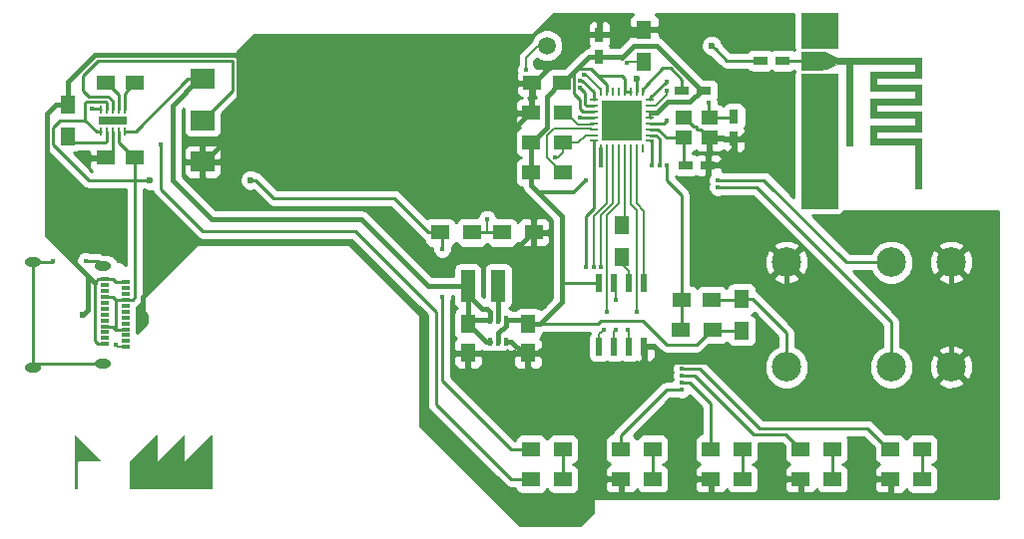
<source format=gbr>
G04 #@! TF.FileFunction,Copper,L1,Top,Signal*
%FSLAX46Y46*%
G04 Gerber Fmt 4.6, Leading zero omitted, Abs format (unit mm)*
G04 Created by KiCad (PCBNEW 4.0.7) date 04/10/18 20:11:53*
%MOMM*%
%LPD*%
G01*
G04 APERTURE LIST*
%ADD10C,0.100000*%
%ADD11C,0.010000*%
%ADD12R,1.500000X1.250000*%
%ADD13C,1.000000*%
%ADD14R,2.000000X1.700000*%
%ADD15R,1.250000X1.500000*%
%ADD16R,0.750000X1.200000*%
%ADD17R,1.200000X0.750000*%
%ADD18R,1.500000X1.300000*%
%ADD19O,1.400000X0.800000*%
%ADD20R,0.700000X0.300000*%
%ADD21C,2.500000*%
%ADD22R,1.200000X2.700000*%
%ADD23R,1.300000X1.500000*%
%ADD24R,0.250000X0.700000*%
%ADD25R,1.200000X0.640000*%
%ADD26R,0.600000X1.550000*%
%ADD27R,0.700000X0.250000*%
%ADD28R,1.725000X1.725000*%
%ADD29R,1.400000X1.200000*%
%ADD30R,0.400000X0.700000*%
%ADD31C,1.500000*%
%ADD32C,0.600000*%
%ADD33C,0.400000*%
%ADD34C,0.250000*%
%ADD35C,0.400000*%
%ADD36C,0.160000*%
%ADD37C,0.300000*%
%ADD38C,0.254000*%
G04 APERTURE END LIST*
D10*
D11*
G36*
X177800000Y-78901000D02*
X177800000Y-75937667D01*
X180848000Y-75937667D01*
X180848000Y-78901000D01*
X177800000Y-78901000D01*
X177800000Y-78901000D01*
G37*
X177800000Y-78901000D02*
X177800000Y-75937667D01*
X180848000Y-75937667D01*
X180848000Y-78901000D01*
X177800000Y-78901000D01*
G36*
X184150000Y-81441000D02*
X184150000Y-82033667D01*
X187960000Y-82033667D01*
X187960000Y-83727000D01*
X184150000Y-83727000D01*
X184150000Y-84319667D01*
X187960000Y-84319667D01*
X187960000Y-86013000D01*
X184150000Y-86013000D01*
X184150000Y-86605667D01*
X187960000Y-86605667D01*
X187960000Y-90839000D01*
X187452000Y-90839000D01*
X187452000Y-87113667D01*
X183642000Y-87113667D01*
X183642000Y-85505000D01*
X187452000Y-85505000D01*
X187452000Y-84827667D01*
X183642000Y-84827667D01*
X183642000Y-83219000D01*
X187452000Y-83219000D01*
X187452000Y-82541667D01*
X183642000Y-82541667D01*
X183642000Y-80933000D01*
X187452000Y-80933000D01*
X187452000Y-80255667D01*
X182118000Y-80255667D01*
X182118000Y-87198333D01*
X181610000Y-87198333D01*
X181610000Y-80255667D01*
X181226586Y-80255667D01*
X180784985Y-80327027D01*
X180340001Y-80509667D01*
X180114974Y-80618118D01*
X179921755Y-80690355D01*
X179716501Y-80733695D01*
X179455372Y-80755459D01*
X179094526Y-80762963D01*
X178818415Y-80763667D01*
X177800000Y-80763667D01*
X177800000Y-79239667D01*
X178776082Y-79239667D01*
X179207228Y-79242572D01*
X179514840Y-79256528D01*
X179744687Y-79289392D01*
X179942536Y-79349025D01*
X180154156Y-79443285D01*
X180255334Y-79493667D01*
X180758505Y-79747667D01*
X187960000Y-79747667D01*
X187960000Y-81441000D01*
X184150000Y-81441000D01*
X184150000Y-81441000D01*
G37*
X184150000Y-81441000D02*
X184150000Y-82033667D01*
X187960000Y-82033667D01*
X187960000Y-83727000D01*
X184150000Y-83727000D01*
X184150000Y-84319667D01*
X187960000Y-84319667D01*
X187960000Y-86013000D01*
X184150000Y-86013000D01*
X184150000Y-86605667D01*
X187960000Y-86605667D01*
X187960000Y-90839000D01*
X187452000Y-90839000D01*
X187452000Y-87113667D01*
X183642000Y-87113667D01*
X183642000Y-85505000D01*
X187452000Y-85505000D01*
X187452000Y-84827667D01*
X183642000Y-84827667D01*
X183642000Y-83219000D01*
X187452000Y-83219000D01*
X187452000Y-82541667D01*
X183642000Y-82541667D01*
X183642000Y-80933000D01*
X187452000Y-80933000D01*
X187452000Y-80255667D01*
X182118000Y-80255667D01*
X182118000Y-87198333D01*
X181610000Y-87198333D01*
X181610000Y-80255667D01*
X181226586Y-80255667D01*
X180784985Y-80327027D01*
X180340001Y-80509667D01*
X180114974Y-80618118D01*
X179921755Y-80690355D01*
X179716501Y-80733695D01*
X179455372Y-80755459D01*
X179094526Y-80762963D01*
X178818415Y-80763667D01*
X177800000Y-80763667D01*
X177800000Y-79239667D01*
X178776082Y-79239667D01*
X179207228Y-79242572D01*
X179514840Y-79256528D01*
X179744687Y-79289392D01*
X179942536Y-79349025D01*
X180154156Y-79443285D01*
X180255334Y-79493667D01*
X180758505Y-79747667D01*
X187960000Y-79747667D01*
X187960000Y-81441000D01*
X184150000Y-81441000D01*
G36*
X177800000Y-92532333D02*
X177800000Y-81102333D01*
X180848000Y-81102333D01*
X180848000Y-92532333D01*
X177800000Y-92532333D01*
X177800000Y-92532333D01*
G37*
X177800000Y-92532333D02*
X177800000Y-81102333D01*
X180848000Y-81102333D01*
X180848000Y-92532333D01*
X177800000Y-92532333D01*
D12*
X121265000Y-88265000D03*
X118765000Y-88265000D03*
D13*
X178355000Y-80010000D03*
X178355000Y-78235000D03*
D14*
X127000000Y-81590000D03*
X127000000Y-85090000D03*
X127000000Y-88590000D03*
D15*
X149523701Y-102353393D03*
X149523701Y-104853393D03*
D12*
X121265000Y-81915000D03*
X118765000Y-81915000D03*
D15*
X154603701Y-102373393D03*
X154603701Y-104873393D03*
D16*
X172085000Y-84775000D03*
X172085000Y-86675000D03*
D17*
X167960000Y-88900000D03*
X169860000Y-88900000D03*
D12*
X167660000Y-100330000D03*
X170160000Y-100330000D03*
D17*
X169540000Y-82550000D03*
X167640000Y-82550000D03*
X176210000Y-80010000D03*
X174310000Y-80010000D03*
D12*
X157460000Y-81915000D03*
X154960000Y-81915000D03*
D16*
X160655000Y-79690000D03*
X160655000Y-77790000D03*
D18*
X154860000Y-115570000D03*
X157560000Y-115570000D03*
X162480000Y-115570000D03*
X165180000Y-115570000D03*
X170100000Y-115570000D03*
X172800000Y-115570000D03*
X177720000Y-115570000D03*
X180420000Y-115570000D03*
X185340000Y-115570000D03*
X188040000Y-115570000D03*
D19*
X118535000Y-97470000D03*
D20*
X120445000Y-98850000D03*
X120445000Y-99350000D03*
X120445000Y-99850000D03*
X120445000Y-100350000D03*
X120445000Y-100850000D03*
X120445000Y-101350000D03*
X120445000Y-101850000D03*
X120445000Y-104350000D03*
X120445000Y-103350000D03*
X120445000Y-102850000D03*
X120445000Y-102350000D03*
X120445000Y-103850000D03*
X118745000Y-104100000D03*
D19*
X118535000Y-105730000D03*
X112585000Y-106090000D03*
X112585000Y-97110000D03*
D20*
X118745000Y-103600000D03*
X118745000Y-103100000D03*
X118745000Y-102600000D03*
X118745000Y-102100000D03*
X118745000Y-101600000D03*
X118745000Y-101100000D03*
X118745000Y-100600000D03*
X118745000Y-100100000D03*
X118745000Y-99600000D03*
X118745000Y-99100000D03*
X118745000Y-98600000D03*
D21*
X176530000Y-106045000D03*
X185420000Y-97155000D03*
X185420000Y-106045000D03*
X190500000Y-106045000D03*
X190500000Y-97155000D03*
D22*
X152093701Y-99158393D03*
X149493701Y-99158393D03*
D23*
X115570000Y-86440000D03*
X115570000Y-83740000D03*
D18*
X149860000Y-94615000D03*
X147160000Y-94615000D03*
X152400000Y-94615000D03*
X155100000Y-94615000D03*
X170260000Y-102870000D03*
X167560000Y-102870000D03*
D23*
X172720000Y-102950000D03*
X172720000Y-100250000D03*
X164465000Y-77390000D03*
X164465000Y-80090000D03*
X162560000Y-96680000D03*
X162560000Y-93980000D03*
D18*
X154860000Y-113030000D03*
X157560000Y-113030000D03*
X162480000Y-113030000D03*
X165180000Y-113030000D03*
X170100000Y-113030000D03*
X172800000Y-113030000D03*
X177720000Y-113030000D03*
X180420000Y-113030000D03*
X185340000Y-113030000D03*
X188040000Y-113030000D03*
X157560000Y-86995000D03*
X154860000Y-86995000D03*
X157560000Y-89535000D03*
X154860000Y-89535000D03*
X157560000Y-84455000D03*
X154860000Y-84455000D03*
D24*
X120380000Y-84192881D03*
X119880000Y-84192881D03*
X119380000Y-84192881D03*
X118880000Y-84192881D03*
X118380000Y-84192881D03*
X118380000Y-86042881D03*
X118880000Y-86042881D03*
X119380000Y-86042881D03*
X119880000Y-86042881D03*
X120380000Y-86042881D03*
D25*
X118780000Y-85117881D03*
X119980000Y-85117881D03*
D26*
X160655000Y-104300000D03*
X161925000Y-104300000D03*
X163195000Y-104300000D03*
X164465000Y-104300000D03*
X164465000Y-98900000D03*
X163195000Y-98900000D03*
X161925000Y-98900000D03*
X160655000Y-98900000D03*
D24*
X164310000Y-82690000D03*
X163810000Y-82690000D03*
X163310000Y-82690000D03*
X162810000Y-82690000D03*
X162310000Y-82690000D03*
X161810000Y-82690000D03*
X161310000Y-82690000D03*
X160810000Y-82690000D03*
D27*
X160160000Y-83340000D03*
X160160000Y-83840000D03*
X160160000Y-84340000D03*
X160160000Y-84840000D03*
X160160000Y-85340000D03*
X160160000Y-85840000D03*
X160160000Y-86340000D03*
X160160000Y-86840000D03*
D24*
X160810000Y-87490000D03*
X161310000Y-87490000D03*
X161810000Y-87490000D03*
X162310000Y-87490000D03*
X162810000Y-87490000D03*
X163310000Y-87490000D03*
X163810000Y-87490000D03*
X164310000Y-87490000D03*
D27*
X164960000Y-86840000D03*
X164960000Y-86340000D03*
X164960000Y-85840000D03*
X164960000Y-85340000D03*
X164960000Y-84840000D03*
X164960000Y-84340000D03*
X164960000Y-83840000D03*
X164960000Y-83340000D03*
D28*
X161697500Y-85952500D03*
X163422500Y-85952500D03*
X161697500Y-84227500D03*
X163422500Y-84227500D03*
D29*
X170010000Y-84875000D03*
X167810000Y-84875000D03*
X167810000Y-86575000D03*
X170010000Y-86575000D03*
D30*
X151413701Y-103918393D03*
X152063701Y-103918393D03*
X152713701Y-103918393D03*
X152713701Y-102018393D03*
X151413701Y-102018393D03*
X152063701Y-102018393D03*
D21*
X176530000Y-97155000D03*
D31*
X156210000Y-78740000D03*
D32*
X116840000Y-88265000D03*
X115570000Y-90170000D03*
X162052000Y-78739926D03*
X161697500Y-85952500D03*
X163422500Y-85952500D03*
X163422500Y-84227500D03*
X161697500Y-84227500D03*
X155956000Y-103632000D03*
X155956000Y-100838000D03*
X121920000Y-101600000D03*
X116840000Y-101600000D03*
D33*
X159512000Y-90170000D03*
X160782000Y-88900000D03*
X147320000Y-96012090D03*
D32*
X131064000Y-90170000D03*
D33*
X147320000Y-100076000D03*
D32*
X122555000Y-90170000D03*
D33*
X169926000Y-83566000D03*
X166370000Y-85090000D03*
X166370000Y-88900000D03*
X166370000Y-81788000D03*
D32*
X170180000Y-78740000D03*
X163830000Y-81534000D03*
D33*
X117602000Y-84074000D03*
X123444000Y-87122000D03*
X117094000Y-97028000D03*
X114300000Y-97028000D03*
X170688000Y-90170000D03*
X165769997Y-88900000D03*
X170688000Y-90770003D03*
X165100000Y-88900000D03*
X154432000Y-80772000D03*
X156863761Y-88259937D03*
X159371432Y-81201536D03*
X151130000Y-93472000D03*
X162985053Y-80199495D03*
X166370000Y-82550000D03*
X159004118Y-81695977D03*
X167640000Y-107972069D03*
X159004000Y-82295978D03*
X167640000Y-107372056D03*
X167640000Y-106772043D03*
X159004000Y-84836000D03*
X167640000Y-106171936D03*
X159512000Y-97536000D03*
X161290000Y-101346000D03*
X161036000Y-102870000D03*
X163830000Y-101346000D03*
X162052000Y-102870000D03*
X163068000Y-102870000D03*
X160782000Y-97536000D03*
X162052000Y-100330000D03*
X160181997Y-97536000D03*
X119634000Y-104140000D03*
D34*
X176210000Y-80010000D02*
X178355000Y-80010000D01*
D35*
X140335000Y-93472000D02*
X140462000Y-93472000D01*
X140462000Y-93472000D02*
X146148393Y-99158393D01*
X146148393Y-99158393D02*
X149493701Y-99158393D01*
X151413701Y-102018393D02*
X151413701Y-101375701D01*
X151413701Y-101375701D02*
X151130000Y-101092000D01*
X151130000Y-101092000D02*
X150677308Y-101092000D01*
X150677308Y-101092000D02*
X149493701Y-99908393D01*
X149493701Y-99908393D02*
X149493701Y-99158393D01*
X127000000Y-81590000D02*
X126690000Y-81590000D01*
X126690000Y-81590000D02*
X124460000Y-83820000D01*
X124460000Y-83820000D02*
X124460000Y-90170000D01*
X124460000Y-90170000D02*
X127762000Y-93472000D01*
X127762000Y-93472000D02*
X140335000Y-93472000D01*
X149493701Y-99158393D02*
X149493701Y-102323393D01*
X149493701Y-102323393D02*
X149523701Y-102353393D01*
X127000000Y-81590000D02*
X126850000Y-81590000D01*
X151413701Y-103918393D02*
X151088701Y-103918393D01*
X151088701Y-103918393D02*
X149523701Y-102353393D01*
X151413701Y-102018393D02*
X149858701Y-102018393D01*
X149858701Y-102018393D02*
X149523701Y-102353393D01*
D34*
X127000000Y-81590000D02*
X125750000Y-81590000D01*
X125750000Y-81590000D02*
X121297119Y-86042881D01*
X121297119Y-86042881D02*
X120755000Y-86042881D01*
X120755000Y-86042881D02*
X120380000Y-86042881D01*
X119380000Y-84192881D02*
X119380000Y-83456471D01*
X119380000Y-83456471D02*
X118991399Y-83067870D01*
X118991399Y-83067870D02*
X117357870Y-83067870D01*
X117357870Y-83067870D02*
X116840000Y-82550000D01*
X116840000Y-82550000D02*
X116840000Y-81280000D01*
X116840000Y-81280000D02*
X118110000Y-80010000D01*
X118110000Y-80010000D02*
X129540000Y-80010000D01*
X129540000Y-80010000D02*
X129540000Y-82550000D01*
X129540000Y-82550000D02*
X127000000Y-85090000D01*
D35*
X128016000Y-88590000D02*
X128400000Y-88590000D01*
X155000000Y-94615000D02*
X155100000Y-94615000D01*
X128400000Y-88590000D02*
X128839999Y-89029999D01*
X146853996Y-97450000D02*
X147786002Y-97450000D01*
X128839999Y-89029999D02*
X128839999Y-90506001D01*
X128839999Y-90506001D02*
X130883998Y-92550000D01*
X130883998Y-92550000D02*
X141953996Y-92550000D01*
X141953996Y-92550000D02*
X146853996Y-97450000D01*
X147786002Y-97450000D02*
X148716002Y-96520000D01*
X148716002Y-96520000D02*
X153095000Y-96520000D01*
X153095000Y-96520000D02*
X155000000Y-94615000D01*
D34*
X113774990Y-90170000D02*
X115570000Y-90170000D01*
X119380000Y-86042881D02*
X119380000Y-87650000D01*
X119380000Y-87650000D02*
X118765000Y-88265000D01*
X119380000Y-87650000D02*
X118765000Y-88265000D01*
D35*
X162052000Y-77790000D02*
X162052000Y-78739926D01*
X160655000Y-77790000D02*
X162052000Y-77790000D01*
X162052000Y-77790000D02*
X162560000Y-77790000D01*
X163422500Y-84227500D02*
X163422500Y-85952500D01*
X161697500Y-84227500D02*
X161697500Y-85952500D01*
X161697500Y-84227500D02*
X163422500Y-85952500D01*
X163422500Y-84227500D02*
X161697500Y-85952500D01*
X162560000Y-77790000D02*
X164065000Y-77790000D01*
X160655000Y-77790000D02*
X159210000Y-77790000D01*
X127000000Y-88590000D02*
X128016000Y-88590000D01*
D36*
X127000000Y-88590000D02*
X127150000Y-88590000D01*
X127150000Y-88590000D02*
X128016000Y-88590000D01*
D35*
X176530000Y-97155000D02*
X176530000Y-99314000D01*
X176530000Y-99314000D02*
X180848000Y-103632000D01*
X180848000Y-103632000D02*
X180848000Y-110236000D01*
X174752000Y-110236000D02*
X180848000Y-110236000D01*
X180848000Y-110236000D02*
X186309000Y-110236000D01*
X190500000Y-106045000D02*
X190500000Y-97155000D01*
X160020000Y-111439692D02*
X165887757Y-105571935D01*
X186309000Y-110236000D02*
X189250001Y-107294999D01*
X165887757Y-105571935D02*
X170087935Y-105571935D01*
X170087935Y-105571935D02*
X174752000Y-110236000D01*
X189250001Y-107294999D02*
X190500000Y-106045000D01*
X121920000Y-101600000D02*
X121920000Y-100076000D01*
X121920000Y-100076000D02*
X126492000Y-95504000D01*
X159004000Y-119380000D02*
X160020000Y-118364000D01*
X126492000Y-95504000D02*
X139446000Y-95504000D01*
X160020000Y-118364000D02*
X160020000Y-116840000D01*
X139446000Y-95504000D02*
X145542000Y-101600000D01*
X145542000Y-101600000D02*
X145542000Y-110998000D01*
X145542000Y-110998000D02*
X153924000Y-119380000D01*
X153924000Y-119380000D02*
X159004000Y-119380000D01*
D37*
X162560000Y-116840000D02*
X160020000Y-116840000D01*
X162480000Y-115570000D02*
X162480000Y-116760000D01*
X162480000Y-116760000D02*
X162560000Y-116840000D01*
X162560000Y-116840000D02*
X162800000Y-116840000D01*
D35*
X160020000Y-116840000D02*
X160020000Y-111439692D01*
D34*
X164465000Y-104300000D02*
X164465000Y-105325000D01*
X155478701Y-104873393D02*
X154603701Y-104873393D01*
X164465000Y-105325000D02*
X163916607Y-105873393D01*
X156478701Y-105873393D02*
X155478701Y-104873393D01*
X163916607Y-105873393D02*
X156478701Y-105873393D01*
D35*
X155956000Y-103632000D02*
X155956000Y-104394000D01*
X155956000Y-104394000D02*
X155476607Y-104873393D01*
X155476607Y-104873393D02*
X154603701Y-104873393D01*
X155100000Y-94615000D02*
X155100000Y-99982000D01*
X155100000Y-99982000D02*
X155956000Y-100838000D01*
X154603701Y-104873393D02*
X154149393Y-104873393D01*
X154149393Y-104873393D02*
X153194393Y-103918393D01*
X153194393Y-103918393D02*
X152713701Y-103918393D01*
X160020000Y-111439692D02*
X154603701Y-106023393D01*
X154603701Y-106023393D02*
X154603701Y-104873393D01*
X117265000Y-98298000D02*
X113774990Y-94807990D01*
X117856000Y-98889000D02*
X117265000Y-98298000D01*
X117265000Y-98298000D02*
X117265000Y-101175000D01*
X117265000Y-101175000D02*
X116840000Y-101600000D01*
X164465000Y-77390000D02*
X167052000Y-77390000D01*
X167052000Y-77390000D02*
X173482000Y-83820000D01*
X173482000Y-83820000D02*
X173482000Y-85852000D01*
X173482000Y-85852000D02*
X172659000Y-86675000D01*
X172659000Y-86675000D02*
X172085000Y-86675000D01*
X172085000Y-86675000D02*
X172085000Y-87503000D01*
X172085000Y-87503000D02*
X170688000Y-88900000D01*
X170688000Y-88900000D02*
X169860000Y-88900000D01*
D37*
X170100000Y-115570000D02*
X170100000Y-116760000D01*
X170180000Y-116840000D02*
X169926000Y-116840000D01*
X170100000Y-116760000D02*
X170180000Y-116840000D01*
X177720000Y-115570000D02*
X177720000Y-116760000D01*
X177720000Y-116760000D02*
X177800000Y-116840000D01*
X177800000Y-116840000D02*
X177292000Y-116840000D01*
X169926000Y-116840000D02*
X177292000Y-116840000D01*
X177292000Y-116840000D02*
X185166000Y-116840000D01*
X162800000Y-116840000D02*
X169926000Y-116840000D01*
X185340000Y-116666000D02*
X185340000Y-115570000D01*
X185166000Y-116840000D02*
X185340000Y-116666000D01*
D35*
X153162000Y-91627000D02*
X153162000Y-88646000D01*
X153162000Y-88646000D02*
X153162000Y-86053000D01*
X127000000Y-88590000D02*
X153106000Y-88590000D01*
X153106000Y-88590000D02*
X153162000Y-88646000D01*
X154835000Y-81915000D02*
X154960000Y-81915000D01*
X154960000Y-81915000D02*
X154960000Y-82940000D01*
X113774990Y-94807990D02*
X113774990Y-90170000D01*
X113774990Y-90170000D02*
X113774990Y-84485010D01*
X114520000Y-83740000D02*
X115570000Y-83740000D01*
X113774990Y-84485010D02*
X114520000Y-83740000D01*
D34*
X117856000Y-98889000D02*
X117856000Y-103811000D01*
X117856000Y-103811000D02*
X118145000Y-104100000D01*
X118145000Y-104100000D02*
X118745000Y-104100000D01*
X118745000Y-98600000D02*
X118145000Y-98600000D01*
X118145000Y-98600000D02*
X117856000Y-98889000D01*
D35*
X115570000Y-82590000D02*
X115570000Y-83740000D01*
X127150000Y-88590000D02*
X130065010Y-85674990D01*
X130065010Y-85674990D02*
X130065010Y-79792534D01*
X115570000Y-81807524D02*
X115570000Y-82590000D01*
X130065010Y-79792534D02*
X129757466Y-79484990D01*
X129757466Y-79484990D02*
X117892533Y-79484991D01*
X117892533Y-79484991D02*
X115570000Y-81807524D01*
X164065000Y-77790000D02*
X164465000Y-77390000D01*
X154960000Y-81915000D02*
X155085000Y-81915000D01*
X155085000Y-81915000D02*
X159210000Y-77790000D01*
X154860000Y-84455000D02*
X154860000Y-82015000D01*
X154860000Y-82015000D02*
X154960000Y-81915000D01*
X153162000Y-86053000D02*
X154760000Y-84455000D01*
X154760000Y-84455000D02*
X154860000Y-84455000D01*
X155100000Y-94615000D02*
X155100000Y-93565000D01*
X155100000Y-93565000D02*
X153162000Y-91627000D01*
X149523701Y-104853393D02*
X154583701Y-104853393D01*
X154583701Y-104853393D02*
X154603701Y-104873393D01*
D34*
X167810000Y-84875000D02*
X167933000Y-84875000D01*
X167933000Y-84875000D02*
X168656000Y-85598000D01*
X168656000Y-85598000D02*
X168910000Y-85598000D01*
X168910000Y-85598000D02*
X168910000Y-85852000D01*
X168910000Y-85852000D02*
X169287000Y-85852000D01*
X169287000Y-85852000D02*
X170010000Y-86575000D01*
X169541000Y-86106000D02*
X170010000Y-86575000D01*
X170010000Y-86575000D02*
X171985000Y-86575000D01*
X171985000Y-86575000D02*
X172085000Y-86675000D01*
X169860000Y-88900000D02*
X169860000Y-86725000D01*
X169860000Y-86725000D02*
X170010000Y-86575000D01*
X118745000Y-98600000D02*
X119345000Y-98600000D01*
X119345000Y-98600000D02*
X119595000Y-98850000D01*
X119595000Y-98850000D02*
X119845000Y-98850000D01*
X119845000Y-98850000D02*
X120445000Y-98850000D01*
X120380000Y-84192881D02*
X120380000Y-82800000D01*
X120380000Y-82800000D02*
X121265000Y-81915000D01*
X119880000Y-84192881D02*
X119880000Y-82905000D01*
X119880000Y-82905000D02*
X118890000Y-81915000D01*
X118890000Y-81915000D02*
X118765000Y-81915000D01*
X155628701Y-102373393D02*
X160516607Y-102373393D01*
X160516607Y-102373393D02*
X160782000Y-102108000D01*
X160782000Y-102108000D02*
X164338000Y-102108000D01*
X166370000Y-104140000D02*
X168890000Y-104140000D01*
X164338000Y-102108000D02*
X166370000Y-104140000D01*
X168890000Y-104140000D02*
X170160000Y-102870000D01*
X170160000Y-102870000D02*
X170260000Y-102870000D01*
D35*
X160655000Y-79690000D02*
X162494000Y-79690000D01*
X162494000Y-79690000D02*
X162560000Y-79756000D01*
X162560000Y-79756000D02*
X163576000Y-78740000D01*
X163576000Y-78740000D02*
X165505000Y-78740000D01*
X165505000Y-78740000D02*
X169315000Y-82550000D01*
X169315000Y-82550000D02*
X169540000Y-82550000D01*
D34*
X172720000Y-102950000D02*
X170340000Y-102950000D01*
X170340000Y-102950000D02*
X170260000Y-102870000D01*
X158478999Y-82786999D02*
X159004000Y-83312000D01*
X159004000Y-83312000D02*
X159004000Y-84074000D01*
X158750000Y-80750000D02*
X158478999Y-81021001D01*
X158478999Y-81021001D02*
X158478999Y-82786999D01*
X159004000Y-84074000D02*
X159270000Y-84340000D01*
X159270000Y-84340000D02*
X159560000Y-84340000D01*
X159560000Y-84340000D02*
X160160000Y-84340000D01*
X159896534Y-80676534D02*
X160500000Y-81280000D01*
X158750000Y-80750000D02*
X158823466Y-80676534D01*
X158823466Y-80676534D02*
X159896534Y-80676534D01*
D35*
X156210000Y-91935000D02*
X155448000Y-91173000D01*
X155448000Y-91173000D02*
X154860000Y-90585000D01*
D37*
X159512000Y-90170000D02*
X158496000Y-91186000D01*
X158496000Y-91186000D02*
X155461000Y-91186000D01*
X155461000Y-91186000D02*
X155448000Y-91173000D01*
X160810000Y-87490000D02*
X160810000Y-88872000D01*
X160810000Y-88872000D02*
X160782000Y-88900000D01*
X157480000Y-81935000D02*
X157460000Y-81915000D01*
D34*
X164960000Y-84340000D02*
X164960000Y-84840000D01*
D35*
X165540002Y-84455000D02*
X165100000Y-84455000D01*
X169315000Y-82550000D02*
X168339676Y-83525324D01*
X168339676Y-83525324D02*
X166469678Y-83525324D01*
X166469678Y-83525324D02*
X165540002Y-84455000D01*
D34*
X172370000Y-102870000D02*
X172450000Y-102950000D01*
D35*
X157480000Y-99060000D02*
X157480000Y-93205000D01*
D34*
X157480000Y-99060000D02*
X157640000Y-98900000D01*
D35*
X157480000Y-100522094D02*
X157480000Y-99060000D01*
D34*
X157640000Y-98900000D02*
X160655000Y-98900000D01*
D35*
X157480000Y-93205000D02*
X156210000Y-91935000D01*
D34*
X165009999Y-84889999D02*
X164960000Y-84840000D01*
X162810000Y-82690000D02*
X163310000Y-82690000D01*
X162560000Y-81280000D02*
X162810000Y-81530000D01*
X162810000Y-81530000D02*
X162810000Y-82690000D01*
X160500000Y-81280000D02*
X161310000Y-82090000D01*
X160500000Y-81280000D02*
X162560000Y-81280000D01*
X161310000Y-82090000D02*
X161310000Y-82690000D01*
D35*
X158750000Y-80750000D02*
X159810000Y-79690000D01*
X157585000Y-81915000D02*
X158750000Y-80750000D01*
X157460000Y-81915000D02*
X157585000Y-81915000D01*
X159810000Y-79690000D02*
X159880000Y-79690000D01*
X159880000Y-79690000D02*
X160655000Y-79690000D01*
X156210000Y-85745000D02*
X156210000Y-83040000D01*
X156210000Y-83040000D02*
X157335000Y-81915000D01*
X157335000Y-81915000D02*
X157460000Y-81915000D01*
X154860000Y-86995000D02*
X154960000Y-86995000D01*
X154960000Y-86995000D02*
X156210000Y-85745000D01*
X154860000Y-89535000D02*
X154860000Y-86995000D01*
X154860000Y-90585000D02*
X154860000Y-89535000D01*
X154603701Y-102373393D02*
X155628701Y-102373393D01*
X155628701Y-102373393D02*
X157480000Y-100522094D01*
X152063701Y-103918393D02*
X152063701Y-103168393D01*
X152063701Y-103168393D02*
X152713701Y-102518393D01*
X152713701Y-102518393D02*
X152713701Y-102018393D01*
X152713701Y-102018393D02*
X154248701Y-102018393D01*
X154248701Y-102018393D02*
X154603701Y-102373393D01*
D34*
X119880000Y-87005000D02*
X121140000Y-88265000D01*
X119880000Y-86042881D02*
X119880000Y-87005000D01*
X147160000Y-94615000D02*
X146160000Y-94615000D01*
X146160000Y-94615000D02*
X143239000Y-91694000D01*
X143239000Y-91694000D02*
X133012264Y-91694000D01*
X133012264Y-91694000D02*
X131488264Y-90170000D01*
X131488264Y-90170000D02*
X131064000Y-90170000D01*
X147160000Y-94615000D02*
X147160000Y-94836000D01*
X147160000Y-94836000D02*
X147320000Y-94996000D01*
X147320000Y-94996000D02*
X147320000Y-96012090D01*
X147320000Y-100358842D02*
X147320000Y-100076000D01*
X153162000Y-113030000D02*
X147320000Y-107188000D01*
X147320000Y-107188000D02*
X147320000Y-100358842D01*
X154860000Y-113030000D02*
X153162000Y-113030000D01*
X122555000Y-90170000D02*
X121265000Y-90170000D01*
X117052119Y-85090000D02*
X117052119Y-83607881D01*
X117052119Y-83607881D02*
X117142120Y-83517880D01*
X121265000Y-90170000D02*
X121265000Y-89140000D01*
X118380000Y-86042881D02*
X118005000Y-86042881D01*
X114300000Y-85724998D02*
X114300000Y-87155002D01*
X117314998Y-90170000D02*
X121265000Y-90170000D01*
X117052119Y-85090000D02*
X114934998Y-85090000D01*
X114934998Y-85090000D02*
X114300000Y-85724998D01*
X114300000Y-87155002D02*
X117314998Y-90170000D01*
X118880000Y-84192881D02*
X118880000Y-83592881D01*
X121140000Y-88265000D02*
X121265000Y-88265000D01*
X121045000Y-100350000D02*
X121265000Y-100130000D01*
X119595000Y-102850000D02*
X119595000Y-100545000D01*
X118880000Y-83592881D02*
X118804999Y-83517880D01*
X118005000Y-86042881D02*
X117052119Y-85090000D01*
X118745000Y-102600000D02*
X119345000Y-102600000D01*
X121265000Y-89140000D02*
X121265000Y-88265000D01*
X119595000Y-102850000D02*
X119845000Y-102850000D01*
X119845000Y-102850000D02*
X120445000Y-102850000D01*
X121045000Y-100350000D02*
X120445000Y-100350000D01*
X118745000Y-100100000D02*
X119345000Y-100100000D01*
X119345000Y-100100000D02*
X119595000Y-100350000D01*
X119345000Y-102600000D02*
X119595000Y-102850000D01*
X119595000Y-100545000D02*
X119595000Y-100350000D01*
X119595000Y-100350000D02*
X119845000Y-100350000D01*
X118804999Y-83517880D02*
X117142120Y-83517880D01*
X121265000Y-100130000D02*
X121265000Y-90170000D01*
X119845000Y-100350000D02*
X120445000Y-100350000D01*
X166370000Y-85090000D02*
X166119992Y-85340008D01*
X166119992Y-85340008D02*
X165196400Y-85340008D01*
X165196400Y-85340008D02*
X164960000Y-85340008D01*
X169926000Y-83566000D02*
X169926000Y-84791000D01*
X169926000Y-84791000D02*
X170010000Y-84875000D01*
X170010000Y-84875000D02*
X171985000Y-84875000D01*
X171985000Y-84875000D02*
X172085000Y-84775000D01*
X165596000Y-85840000D02*
X166331000Y-86575000D01*
X166331000Y-86575000D02*
X167810000Y-86575000D01*
X164960000Y-85840000D02*
X165596000Y-85840000D01*
X167810000Y-86575000D02*
X167810000Y-88750000D01*
X167810000Y-88750000D02*
X167960000Y-88900000D01*
X167660000Y-100330000D02*
X167660000Y-102770000D01*
X167660000Y-102770000D02*
X167560000Y-102870000D01*
X166370000Y-88900000D02*
X166370000Y-90170000D01*
X166370000Y-90170000D02*
X167660000Y-91460000D01*
X167660000Y-91460000D02*
X167660000Y-100330000D01*
X164960000Y-83340000D02*
X164960000Y-83198000D01*
X164960000Y-83198000D02*
X166370000Y-81788000D01*
X167640000Y-82550000D02*
X167640000Y-81624998D01*
X164685000Y-82090000D02*
X164310000Y-82465000D01*
X167640000Y-81624998D02*
X166670001Y-80654999D01*
X166670001Y-80654999D02*
X166069999Y-80654999D01*
X166069999Y-80654999D02*
X164685000Y-82039998D01*
X164685000Y-82039998D02*
X164685000Y-82090000D01*
X164310000Y-82465000D02*
X164310000Y-82690000D01*
X170479999Y-79039999D02*
X170180000Y-78740000D01*
X171450000Y-80010000D02*
X170479999Y-79039999D01*
X174310000Y-80010000D02*
X171450000Y-80010000D01*
X163810000Y-82690000D02*
X163810000Y-81554000D01*
X163810000Y-81554000D02*
X163830000Y-81534000D01*
X163830000Y-82670000D02*
X163810000Y-82690000D01*
X154860000Y-115570000D02*
X153162000Y-115570000D01*
X153162000Y-115570000D02*
X146794999Y-109202999D01*
X146794999Y-109202999D02*
X146794999Y-101328999D01*
X123444000Y-90932000D02*
X123444000Y-87122000D01*
X146794999Y-101328999D02*
X139954000Y-94488000D01*
X139954000Y-94488000D02*
X127000000Y-94488000D01*
X127000000Y-94488000D02*
X123444000Y-90932000D01*
X117602000Y-84074000D02*
X118261119Y-84074000D01*
X118261119Y-84074000D02*
X118380000Y-84192881D01*
X157560000Y-113030000D02*
X157560000Y-113930000D01*
X157560000Y-113930000D02*
X157560000Y-115570000D01*
X165180000Y-113030000D02*
X165180000Y-113930000D01*
X165180000Y-113930000D02*
X165180000Y-115570000D01*
X172800000Y-113030000D02*
X172800000Y-113930000D01*
X172800000Y-113930000D02*
X172800000Y-115570000D01*
X180420000Y-113030000D02*
X180420000Y-113930000D01*
X180420000Y-113930000D02*
X180420000Y-115570000D01*
X188040000Y-113030000D02*
X188040000Y-113930000D01*
X188040000Y-113930000D02*
X188040000Y-115570000D01*
X117094000Y-97028000D02*
X118093000Y-97028000D01*
X118093000Y-97028000D02*
X118535000Y-97470000D01*
X112585000Y-97110000D02*
X114218000Y-97110000D01*
X114218000Y-97110000D02*
X114300000Y-97028000D01*
X112585000Y-106090000D02*
X112585000Y-105440000D01*
X112585000Y-105440000D02*
X112585000Y-97110000D01*
X118535000Y-105730000D02*
X112945000Y-105730000D01*
X112945000Y-105730000D02*
X112585000Y-106090000D01*
X170688000Y-90170000D02*
X174625000Y-90170000D01*
X174625000Y-90170000D02*
X181610000Y-97155000D01*
X181610000Y-97155000D02*
X185420000Y-97155000D01*
X164960000Y-86340000D02*
X165459590Y-86340000D01*
X165459590Y-86340000D02*
X165769997Y-86650407D01*
X165769997Y-86650407D02*
X165769997Y-88900000D01*
X170688000Y-90770003D02*
X173955003Y-90770003D01*
X173955003Y-90770003D02*
X185420000Y-102235000D01*
X185420000Y-102235000D02*
X185420000Y-104277234D01*
X185420000Y-104277234D02*
X185420000Y-106045000D01*
X164960000Y-86840000D02*
X165072000Y-86840000D01*
X165072000Y-86840000D02*
X165100000Y-86868000D01*
X165100000Y-86868000D02*
X165100000Y-88900000D01*
D36*
X156210000Y-78740000D02*
X155448000Y-78740000D01*
X155448000Y-78740000D02*
X154432000Y-79756000D01*
X154432000Y-79756000D02*
X154432000Y-80772000D01*
X157560000Y-86995000D02*
X158877000Y-86995000D01*
X158877000Y-86995000D02*
X159532000Y-86340000D01*
X159532000Y-86340000D02*
X160160000Y-86340000D01*
X157560000Y-86995000D02*
X157560000Y-87804000D01*
X157560000Y-87804000D02*
X157104063Y-88259937D01*
X157104063Y-88259937D02*
X156863761Y-88259937D01*
D35*
X152063701Y-102018393D02*
X152063701Y-99188393D01*
X152063701Y-99188393D02*
X152093701Y-99158393D01*
D34*
X116125000Y-86995000D02*
X115570000Y-86440000D01*
X118745000Y-86995000D02*
X116125000Y-86995000D01*
X118880000Y-86860000D02*
X118745000Y-86995000D01*
X118880000Y-86042881D02*
X118880000Y-86860000D01*
X115570000Y-86440000D02*
X115570000Y-86540000D01*
X115570000Y-86540000D02*
X115747882Y-86717882D01*
D36*
X160810000Y-82465000D02*
X159546536Y-81201536D01*
X159546536Y-81201536D02*
X159371432Y-81201536D01*
X160810000Y-82690000D02*
X160810000Y-82465000D01*
X151130000Y-93472000D02*
X151130000Y-94615000D01*
D34*
X150860000Y-94615000D02*
X151130000Y-94615000D01*
X151130000Y-94615000D02*
X152400000Y-94615000D01*
X149860000Y-94615000D02*
X150860000Y-94615000D01*
D36*
X164465000Y-80090000D02*
X163094548Y-80090000D01*
X163094548Y-80090000D02*
X162985053Y-80199495D01*
X164960000Y-83840000D02*
X165470000Y-83840000D01*
X165470000Y-83840000D02*
X166370000Y-82940000D01*
X166370000Y-82940000D02*
X166370000Y-82550000D01*
X162560000Y-96680000D02*
X162560000Y-97282000D01*
X162560000Y-97282000D02*
X163195000Y-97917000D01*
X163195000Y-97917000D02*
X163195000Y-98900000D01*
X162810000Y-93218000D02*
X162810000Y-93570000D01*
X162810000Y-87490000D02*
X162810000Y-93218000D01*
X162810000Y-93218000D02*
X162810000Y-93730000D01*
X162810000Y-93730000D02*
X162560000Y-93980000D01*
D34*
X160160000Y-82661058D02*
X159194919Y-81695977D01*
X159194919Y-81695977D02*
X159004118Y-81695977D01*
X160160000Y-83340000D02*
X160160000Y-82661058D01*
X162480000Y-113030000D02*
X162480000Y-111840000D01*
X162480000Y-111840000D02*
X166347931Y-107972069D01*
X166347931Y-107972069D02*
X167640000Y-107972069D01*
X159454011Y-82745989D02*
X159203999Y-82495977D01*
X159454011Y-83734011D02*
X159454011Y-82745989D01*
X159203999Y-82495977D02*
X159004000Y-82295978D01*
X160160000Y-83840000D02*
X159560000Y-83840000D01*
X159560000Y-83840000D02*
X159454011Y-83734011D01*
X170100000Y-113030000D02*
X170100000Y-109140000D01*
X170100000Y-109140000D02*
X168332056Y-107372056D01*
X168332056Y-107372056D02*
X167640000Y-107372056D01*
X167640000Y-106772043D02*
X168748043Y-106772043D01*
X168748043Y-106772043D02*
X173736000Y-111760000D01*
X173736000Y-111760000D02*
X176450000Y-111760000D01*
X176450000Y-111760000D02*
X177720000Y-113030000D01*
X160160000Y-84840000D02*
X159008000Y-84840000D01*
X159008000Y-84840000D02*
X159004000Y-84836000D01*
X167640000Y-106171936D02*
X169163936Y-106171936D01*
X169163936Y-106171936D02*
X174244000Y-111252000D01*
X174244000Y-111252000D02*
X183388000Y-111252000D01*
X183388000Y-111252000D02*
X185166000Y-113030000D01*
X185166000Y-113030000D02*
X185340000Y-113030000D01*
X160160000Y-86840000D02*
X160160000Y-92570000D01*
X160160000Y-92570000D02*
X159512000Y-93218000D01*
X159512000Y-93218000D02*
X159512000Y-97536000D01*
D36*
X156845000Y-85788836D02*
X159956164Y-85788836D01*
X159956164Y-85788836D02*
X160007328Y-85840000D01*
X160007328Y-85840000D02*
X160160000Y-85840000D01*
X156210000Y-86423836D02*
X156845000Y-85788836D01*
X157460000Y-89535000D02*
X156210000Y-88285000D01*
X156210000Y-88285000D02*
X156210000Y-86423836D01*
X160160000Y-85340000D02*
X160071174Y-85428826D01*
X160071174Y-85428826D02*
X158834826Y-85428826D01*
X158834826Y-85428826D02*
X157861000Y-84455000D01*
X157861000Y-84455000D02*
X157560000Y-84455000D01*
X161290000Y-101063158D02*
X161290000Y-101346000D01*
X161290000Y-93185998D02*
X161290000Y-101063158D01*
X162310000Y-92165998D02*
X161290000Y-93185998D01*
X162310000Y-87490000D02*
X162310000Y-92165998D01*
X160836001Y-103069999D02*
X161036000Y-102870000D01*
X160655000Y-103251000D02*
X160836001Y-103069999D01*
X160655000Y-104300000D02*
X160655000Y-103251000D01*
X163830000Y-101063158D02*
X163830000Y-101346000D01*
X163310000Y-87490000D02*
X163310000Y-92190000D01*
X163830000Y-92710000D02*
X163830000Y-101063158D01*
X163830000Y-97536000D02*
X163830000Y-101346000D01*
X163310000Y-92190000D02*
X163830000Y-92710000D01*
X161925000Y-104300000D02*
X161925000Y-102997000D01*
X161925000Y-102997000D02*
X162052000Y-102870000D01*
X163195000Y-102997000D02*
X163068000Y-102870000D01*
X163195000Y-104300000D02*
X163195000Y-102997000D01*
X161810000Y-87490000D02*
X161810000Y-92156868D01*
X161810000Y-92156868D02*
X160782000Y-93184868D01*
X160782000Y-93184868D02*
X160782000Y-97536000D01*
X163810000Y-87490000D02*
X163810000Y-92180870D01*
X163810000Y-92180870D02*
X164465000Y-92835870D01*
X164465000Y-92835870D02*
X164465000Y-98900000D01*
X162052000Y-100330000D02*
X162052000Y-99027000D01*
X162052000Y-99027000D02*
X161925000Y-98900000D01*
X161310000Y-87490000D02*
X161310000Y-92147738D01*
X161310000Y-92147738D02*
X160181997Y-93275741D01*
X160181997Y-93275741D02*
X160181997Y-97536000D01*
X120445000Y-104350000D02*
X119844000Y-104350000D01*
X119844000Y-104350000D02*
X119634000Y-104140000D01*
D34*
X172720000Y-100250000D02*
X173620000Y-100250000D01*
X173620000Y-100250000D02*
X176530000Y-103160000D01*
X176530000Y-103160000D02*
X176530000Y-104277234D01*
X176530000Y-104277234D02*
X176530000Y-106045000D01*
X170160000Y-100330000D02*
X172640000Y-100330000D01*
X172640000Y-100330000D02*
X172720000Y-100250000D01*
X172370000Y-100330000D02*
X172450000Y-100250000D01*
D38*
G36*
X163455301Y-76101673D02*
X163276673Y-76280302D01*
X163180000Y-76513691D01*
X163180000Y-77104250D01*
X163338750Y-77263000D01*
X164338000Y-77263000D01*
X164338000Y-77243000D01*
X164592000Y-77243000D01*
X164592000Y-77263000D01*
X165591250Y-77263000D01*
X165750000Y-77104250D01*
X165750000Y-76513691D01*
X165653327Y-76280302D01*
X165474699Y-76101673D01*
X165405476Y-76073000D01*
X177160000Y-76073000D01*
X177160000Y-78901000D01*
X177193683Y-79070333D01*
X177183476Y-79121645D01*
X177061890Y-79038569D01*
X176810000Y-78987560D01*
X175610000Y-78987560D01*
X175374683Y-79031838D01*
X175260022Y-79105620D01*
X175161890Y-79038569D01*
X174910000Y-78987560D01*
X173710000Y-78987560D01*
X173474683Y-79031838D01*
X173258559Y-79170910D01*
X173204519Y-79250000D01*
X171764802Y-79250000D01*
X171115122Y-78600320D01*
X171115162Y-78554833D01*
X170973117Y-78211057D01*
X170710327Y-77947808D01*
X170366799Y-77805162D01*
X169994833Y-77804838D01*
X169651057Y-77946883D01*
X169387808Y-78209673D01*
X169245162Y-78553201D01*
X169244838Y-78925167D01*
X169386883Y-79268943D01*
X169649673Y-79532192D01*
X169993201Y-79674838D01*
X170040077Y-79674879D01*
X170912599Y-80547401D01*
X171159161Y-80712148D01*
X171450000Y-80770000D01*
X173203156Y-80770000D01*
X173245910Y-80836441D01*
X173458110Y-80981431D01*
X173710000Y-81032440D01*
X174910000Y-81032440D01*
X175145317Y-80988162D01*
X175259978Y-80914380D01*
X175358110Y-80981431D01*
X175610000Y-81032440D01*
X176810000Y-81032440D01*
X177045317Y-80988162D01*
X177186574Y-80897265D01*
X177193682Y-80933000D01*
X177160000Y-81102333D01*
X177160000Y-91630198D01*
X175162401Y-89632599D01*
X174915839Y-89467852D01*
X174625000Y-89410000D01*
X171091400Y-89410000D01*
X171095000Y-89401310D01*
X171095000Y-89185750D01*
X170936250Y-89027000D01*
X169987000Y-89027000D01*
X169987000Y-89689938D01*
X169980534Y-89696393D01*
X169853145Y-90003179D01*
X169852855Y-90335363D01*
X169908466Y-90469954D01*
X169853145Y-90603182D01*
X169852855Y-90935366D01*
X169979708Y-91242375D01*
X170214393Y-91477469D01*
X170521179Y-91604858D01*
X170853363Y-91605148D01*
X171035229Y-91530003D01*
X173640201Y-91530003D01*
X184660000Y-102549802D01*
X184660000Y-104319453D01*
X184353628Y-104446043D01*
X183822907Y-104975839D01*
X183535328Y-105668405D01*
X183534674Y-106418305D01*
X183821043Y-107111372D01*
X184350839Y-107642093D01*
X185043405Y-107929672D01*
X185793305Y-107930326D01*
X186486372Y-107643957D01*
X186752472Y-107378320D01*
X189346285Y-107378320D01*
X189475533Y-107671123D01*
X190175806Y-107939388D01*
X190925435Y-107919250D01*
X191524467Y-107671123D01*
X191653715Y-107378320D01*
X190500000Y-106224605D01*
X189346285Y-107378320D01*
X186752472Y-107378320D01*
X187017093Y-107114161D01*
X187304672Y-106421595D01*
X187305283Y-105720806D01*
X188605612Y-105720806D01*
X188625750Y-106470435D01*
X188873877Y-107069467D01*
X189166680Y-107198715D01*
X190320395Y-106045000D01*
X190679605Y-106045000D01*
X191833320Y-107198715D01*
X192126123Y-107069467D01*
X192394388Y-106369194D01*
X192374250Y-105619565D01*
X192126123Y-105020533D01*
X191833320Y-104891285D01*
X190679605Y-106045000D01*
X190320395Y-106045000D01*
X189166680Y-104891285D01*
X188873877Y-105020533D01*
X188605612Y-105720806D01*
X187305283Y-105720806D01*
X187305326Y-105671695D01*
X187018957Y-104978628D01*
X186752475Y-104711680D01*
X189346285Y-104711680D01*
X190500000Y-105865395D01*
X191653715Y-104711680D01*
X191524467Y-104418877D01*
X190824194Y-104150612D01*
X190074565Y-104170750D01*
X189475533Y-104418877D01*
X189346285Y-104711680D01*
X186752475Y-104711680D01*
X186489161Y-104447907D01*
X186180000Y-104319532D01*
X186180000Y-102235000D01*
X186171049Y-102190000D01*
X186122148Y-101944160D01*
X185957401Y-101697599D01*
X182174802Y-97915000D01*
X183694453Y-97915000D01*
X183821043Y-98221372D01*
X184350839Y-98752093D01*
X185043405Y-99039672D01*
X185793305Y-99040326D01*
X186486372Y-98753957D01*
X186752472Y-98488320D01*
X189346285Y-98488320D01*
X189475533Y-98781123D01*
X190175806Y-99049388D01*
X190925435Y-99029250D01*
X191524467Y-98781123D01*
X191653715Y-98488320D01*
X190500000Y-97334605D01*
X189346285Y-98488320D01*
X186752472Y-98488320D01*
X187017093Y-98224161D01*
X187304672Y-97531595D01*
X187305283Y-96830806D01*
X188605612Y-96830806D01*
X188625750Y-97580435D01*
X188873877Y-98179467D01*
X189166680Y-98308715D01*
X190320395Y-97155000D01*
X190679605Y-97155000D01*
X191833320Y-98308715D01*
X192126123Y-98179467D01*
X192394388Y-97479194D01*
X192374250Y-96729565D01*
X192126123Y-96130533D01*
X191833320Y-96001285D01*
X190679605Y-97155000D01*
X190320395Y-97155000D01*
X189166680Y-96001285D01*
X188873877Y-96130533D01*
X188605612Y-96830806D01*
X187305283Y-96830806D01*
X187305326Y-96781695D01*
X187018957Y-96088628D01*
X186752475Y-95821680D01*
X189346285Y-95821680D01*
X190500000Y-96975395D01*
X191653715Y-95821680D01*
X191524467Y-95528877D01*
X190824194Y-95260612D01*
X190074565Y-95280750D01*
X189475533Y-95528877D01*
X189346285Y-95821680D01*
X186752475Y-95821680D01*
X186489161Y-95557907D01*
X185796595Y-95270328D01*
X185046695Y-95269674D01*
X184353628Y-95556043D01*
X183822907Y-96085839D01*
X183694532Y-96395000D01*
X181924802Y-96395000D01*
X178702135Y-93172333D01*
X180848000Y-93172333D01*
X181092917Y-93123616D01*
X181300548Y-92984881D01*
X181399359Y-92837000D01*
X194515000Y-92837000D01*
X194515000Y-117221000D01*
X160020000Y-117221000D01*
X159970590Y-117231006D01*
X159928965Y-117259447D01*
X159901685Y-117301841D01*
X159893000Y-117348000D01*
X159893000Y-118311394D01*
X158951394Y-119253000D01*
X153976606Y-119253000D01*
X145669000Y-110945394D01*
X145669000Y-101600000D01*
X145658994Y-101550590D01*
X145631803Y-101510197D01*
X139535803Y-95414197D01*
X139493789Y-95386334D01*
X139446000Y-95377000D01*
X126492000Y-95377000D01*
X126442590Y-95387006D01*
X126402197Y-95414197D01*
X122025000Y-99791394D01*
X122025000Y-90962328D01*
X122368201Y-91104838D01*
X122718441Y-91105143D01*
X122741852Y-91222839D01*
X122906599Y-91469401D01*
X126462599Y-95025401D01*
X126709160Y-95190148D01*
X126757414Y-95199746D01*
X127000000Y-95248000D01*
X139639198Y-95248000D01*
X146034999Y-101643801D01*
X146034999Y-109202999D01*
X146092851Y-109493838D01*
X146257598Y-109740400D01*
X152624599Y-116107401D01*
X152871160Y-116272148D01*
X153162000Y-116330000D01*
X153483258Y-116330000D01*
X153506838Y-116455317D01*
X153645910Y-116671441D01*
X153858110Y-116816431D01*
X154110000Y-116867440D01*
X155610000Y-116867440D01*
X155845317Y-116823162D01*
X156061441Y-116684090D01*
X156206431Y-116471890D01*
X156209081Y-116458803D01*
X156345910Y-116671441D01*
X156558110Y-116816431D01*
X156810000Y-116867440D01*
X158310000Y-116867440D01*
X158545317Y-116823162D01*
X158761441Y-116684090D01*
X158906431Y-116471890D01*
X158957440Y-116220000D01*
X158957440Y-115855750D01*
X161095000Y-115855750D01*
X161095000Y-116346310D01*
X161191673Y-116579699D01*
X161370302Y-116758327D01*
X161603691Y-116855000D01*
X162194250Y-116855000D01*
X162353000Y-116696250D01*
X162353000Y-115697000D01*
X161253750Y-115697000D01*
X161095000Y-115855750D01*
X158957440Y-115855750D01*
X158957440Y-114920000D01*
X158913162Y-114684683D01*
X158774090Y-114468559D01*
X158561890Y-114323569D01*
X158450477Y-114301007D01*
X158545317Y-114283162D01*
X158761441Y-114144090D01*
X158906431Y-113931890D01*
X158957440Y-113680000D01*
X158957440Y-112380000D01*
X161082560Y-112380000D01*
X161082560Y-113680000D01*
X161126838Y-113915317D01*
X161265910Y-114131441D01*
X161478110Y-114276431D01*
X161576350Y-114296325D01*
X161370302Y-114381673D01*
X161191673Y-114560301D01*
X161095000Y-114793690D01*
X161095000Y-115284250D01*
X161253750Y-115443000D01*
X162353000Y-115443000D01*
X162353000Y-115423000D01*
X162607000Y-115423000D01*
X162607000Y-115443000D01*
X162627000Y-115443000D01*
X162627000Y-115697000D01*
X162607000Y-115697000D01*
X162607000Y-116696250D01*
X162765750Y-116855000D01*
X163356309Y-116855000D01*
X163589698Y-116758327D01*
X163768327Y-116579699D01*
X163824654Y-116443713D01*
X163826838Y-116455317D01*
X163965910Y-116671441D01*
X164178110Y-116816431D01*
X164430000Y-116867440D01*
X165930000Y-116867440D01*
X166165317Y-116823162D01*
X166381441Y-116684090D01*
X166526431Y-116471890D01*
X166577440Y-116220000D01*
X166577440Y-115855750D01*
X168715000Y-115855750D01*
X168715000Y-116346310D01*
X168811673Y-116579699D01*
X168990302Y-116758327D01*
X169223691Y-116855000D01*
X169814250Y-116855000D01*
X169973000Y-116696250D01*
X169973000Y-115697000D01*
X168873750Y-115697000D01*
X168715000Y-115855750D01*
X166577440Y-115855750D01*
X166577440Y-114920000D01*
X166533162Y-114684683D01*
X166394090Y-114468559D01*
X166181890Y-114323569D01*
X166070477Y-114301007D01*
X166165317Y-114283162D01*
X166381441Y-114144090D01*
X166526431Y-113931890D01*
X166577440Y-113680000D01*
X166577440Y-112380000D01*
X166533162Y-112144683D01*
X166394090Y-111928559D01*
X166181890Y-111783569D01*
X165930000Y-111732560D01*
X164430000Y-111732560D01*
X164194683Y-111776838D01*
X163978559Y-111915910D01*
X163833569Y-112128110D01*
X163830919Y-112141197D01*
X163694090Y-111928559D01*
X163558730Y-111836072D01*
X166662733Y-108732069D01*
X167292909Y-108732069D01*
X167473179Y-108806924D01*
X167805363Y-108807214D01*
X168112372Y-108680361D01*
X168339163Y-108453965D01*
X169340000Y-109454802D01*
X169340000Y-111734442D01*
X169114683Y-111776838D01*
X168898559Y-111915910D01*
X168753569Y-112128110D01*
X168702560Y-112380000D01*
X168702560Y-113680000D01*
X168746838Y-113915317D01*
X168885910Y-114131441D01*
X169098110Y-114276431D01*
X169196350Y-114296325D01*
X168990302Y-114381673D01*
X168811673Y-114560301D01*
X168715000Y-114793690D01*
X168715000Y-115284250D01*
X168873750Y-115443000D01*
X169973000Y-115443000D01*
X169973000Y-115423000D01*
X170227000Y-115423000D01*
X170227000Y-115443000D01*
X170247000Y-115443000D01*
X170247000Y-115697000D01*
X170227000Y-115697000D01*
X170227000Y-116696250D01*
X170385750Y-116855000D01*
X170976309Y-116855000D01*
X171209698Y-116758327D01*
X171388327Y-116579699D01*
X171444654Y-116443713D01*
X171446838Y-116455317D01*
X171585910Y-116671441D01*
X171798110Y-116816431D01*
X172050000Y-116867440D01*
X173550000Y-116867440D01*
X173785317Y-116823162D01*
X174001441Y-116684090D01*
X174146431Y-116471890D01*
X174197440Y-116220000D01*
X174197440Y-115855750D01*
X176335000Y-115855750D01*
X176335000Y-116346310D01*
X176431673Y-116579699D01*
X176610302Y-116758327D01*
X176843691Y-116855000D01*
X177434250Y-116855000D01*
X177593000Y-116696250D01*
X177593000Y-115697000D01*
X176493750Y-115697000D01*
X176335000Y-115855750D01*
X174197440Y-115855750D01*
X174197440Y-114920000D01*
X174153162Y-114684683D01*
X174014090Y-114468559D01*
X173801890Y-114323569D01*
X173690477Y-114301007D01*
X173785317Y-114283162D01*
X174001441Y-114144090D01*
X174146431Y-113931890D01*
X174197440Y-113680000D01*
X174197440Y-112520000D01*
X176135198Y-112520000D01*
X176322560Y-112707362D01*
X176322560Y-113680000D01*
X176366838Y-113915317D01*
X176505910Y-114131441D01*
X176718110Y-114276431D01*
X176816350Y-114296325D01*
X176610302Y-114381673D01*
X176431673Y-114560301D01*
X176335000Y-114793690D01*
X176335000Y-115284250D01*
X176493750Y-115443000D01*
X177593000Y-115443000D01*
X177593000Y-115423000D01*
X177847000Y-115423000D01*
X177847000Y-115443000D01*
X177867000Y-115443000D01*
X177867000Y-115697000D01*
X177847000Y-115697000D01*
X177847000Y-116696250D01*
X178005750Y-116855000D01*
X178596309Y-116855000D01*
X178829698Y-116758327D01*
X179008327Y-116579699D01*
X179064654Y-116443713D01*
X179066838Y-116455317D01*
X179205910Y-116671441D01*
X179418110Y-116816431D01*
X179670000Y-116867440D01*
X181170000Y-116867440D01*
X181405317Y-116823162D01*
X181621441Y-116684090D01*
X181766431Y-116471890D01*
X181817440Y-116220000D01*
X181817440Y-115855750D01*
X183955000Y-115855750D01*
X183955000Y-116346310D01*
X184051673Y-116579699D01*
X184230302Y-116758327D01*
X184463691Y-116855000D01*
X185054250Y-116855000D01*
X185213000Y-116696250D01*
X185213000Y-115697000D01*
X184113750Y-115697000D01*
X183955000Y-115855750D01*
X181817440Y-115855750D01*
X181817440Y-114920000D01*
X181773162Y-114684683D01*
X181634090Y-114468559D01*
X181421890Y-114323569D01*
X181310477Y-114301007D01*
X181405317Y-114283162D01*
X181621441Y-114144090D01*
X181766431Y-113931890D01*
X181817440Y-113680000D01*
X181817440Y-112380000D01*
X181773162Y-112144683D01*
X181687783Y-112012000D01*
X183073198Y-112012000D01*
X183942560Y-112881362D01*
X183942560Y-113680000D01*
X183986838Y-113915317D01*
X184125910Y-114131441D01*
X184338110Y-114276431D01*
X184436350Y-114296325D01*
X184230302Y-114381673D01*
X184051673Y-114560301D01*
X183955000Y-114793690D01*
X183955000Y-115284250D01*
X184113750Y-115443000D01*
X185213000Y-115443000D01*
X185213000Y-115423000D01*
X185467000Y-115423000D01*
X185467000Y-115443000D01*
X185487000Y-115443000D01*
X185487000Y-115697000D01*
X185467000Y-115697000D01*
X185467000Y-116696250D01*
X185625750Y-116855000D01*
X186216309Y-116855000D01*
X186449698Y-116758327D01*
X186628327Y-116579699D01*
X186684654Y-116443713D01*
X186686838Y-116455317D01*
X186825910Y-116671441D01*
X187038110Y-116816431D01*
X187290000Y-116867440D01*
X188790000Y-116867440D01*
X189025317Y-116823162D01*
X189241441Y-116684090D01*
X189386431Y-116471890D01*
X189437440Y-116220000D01*
X189437440Y-114920000D01*
X189393162Y-114684683D01*
X189254090Y-114468559D01*
X189041890Y-114323569D01*
X188930477Y-114301007D01*
X189025317Y-114283162D01*
X189241441Y-114144090D01*
X189386431Y-113931890D01*
X189437440Y-113680000D01*
X189437440Y-112380000D01*
X189393162Y-112144683D01*
X189254090Y-111928559D01*
X189041890Y-111783569D01*
X188790000Y-111732560D01*
X187290000Y-111732560D01*
X187054683Y-111776838D01*
X186838559Y-111915910D01*
X186693569Y-112128110D01*
X186690919Y-112141197D01*
X186554090Y-111928559D01*
X186341890Y-111783569D01*
X186090000Y-111732560D01*
X184943362Y-111732560D01*
X183925401Y-110714599D01*
X183678839Y-110549852D01*
X183388000Y-110492000D01*
X174558802Y-110492000D01*
X169701337Y-105634535D01*
X169454775Y-105469788D01*
X169163936Y-105411936D01*
X167987091Y-105411936D01*
X167806821Y-105337081D01*
X167474637Y-105336791D01*
X167167628Y-105463644D01*
X166932534Y-105698329D01*
X166805145Y-106005115D01*
X166804855Y-106337299D01*
X166860488Y-106471942D01*
X166805145Y-106605222D01*
X166804855Y-106937406D01*
X166860469Y-107072002D01*
X166805145Y-107205235D01*
X166805139Y-107212069D01*
X166347931Y-107212069D01*
X166105345Y-107260323D01*
X166057091Y-107269921D01*
X165810530Y-107434668D01*
X161942599Y-111302599D01*
X161777852Y-111549161D01*
X161741371Y-111732560D01*
X161730000Y-111732560D01*
X161494683Y-111776838D01*
X161278559Y-111915910D01*
X161133569Y-112128110D01*
X161082560Y-112380000D01*
X158957440Y-112380000D01*
X158913162Y-112144683D01*
X158774090Y-111928559D01*
X158561890Y-111783569D01*
X158310000Y-111732560D01*
X156810000Y-111732560D01*
X156574683Y-111776838D01*
X156358559Y-111915910D01*
X156213569Y-112128110D01*
X156210919Y-112141197D01*
X156074090Y-111928559D01*
X155861890Y-111783569D01*
X155610000Y-111732560D01*
X154110000Y-111732560D01*
X153874683Y-111776838D01*
X153658559Y-111915910D01*
X153513569Y-112128110D01*
X153484836Y-112270000D01*
X153476802Y-112270000D01*
X148080000Y-106873198D01*
X148080000Y-105139143D01*
X148263701Y-105139143D01*
X148263701Y-105729702D01*
X148360374Y-105963091D01*
X148539002Y-106141720D01*
X148772391Y-106238393D01*
X149237951Y-106238393D01*
X149396701Y-106079643D01*
X149396701Y-104980393D01*
X149650701Y-104980393D01*
X149650701Y-106079643D01*
X149809451Y-106238393D01*
X150275011Y-106238393D01*
X150508400Y-106141720D01*
X150687028Y-105963091D01*
X150783701Y-105729702D01*
X150783701Y-105159143D01*
X153343701Y-105159143D01*
X153343701Y-105749702D01*
X153440374Y-105983091D01*
X153619002Y-106161720D01*
X153852391Y-106258393D01*
X154317951Y-106258393D01*
X154476701Y-106099643D01*
X154476701Y-105000393D01*
X154730701Y-105000393D01*
X154730701Y-106099643D01*
X154889451Y-106258393D01*
X155355011Y-106258393D01*
X155588400Y-106161720D01*
X155767028Y-105983091D01*
X155863701Y-105749702D01*
X155863701Y-105159143D01*
X155704951Y-105000393D01*
X154730701Y-105000393D01*
X154476701Y-105000393D01*
X153502451Y-105000393D01*
X153343701Y-105159143D01*
X150783701Y-105159143D01*
X150783701Y-105139143D01*
X150624951Y-104980393D01*
X149650701Y-104980393D01*
X149396701Y-104980393D01*
X148422451Y-104980393D01*
X148263701Y-105139143D01*
X148080000Y-105139143D01*
X148080000Y-100423091D01*
X148154855Y-100242821D01*
X148155073Y-99993393D01*
X148246261Y-99993393D01*
X148246261Y-100508393D01*
X148290539Y-100743710D01*
X148429611Y-100959834D01*
X148573440Y-101058108D01*
X148447260Y-101139303D01*
X148302270Y-101351503D01*
X148251261Y-101603393D01*
X148251261Y-103103393D01*
X148295539Y-103338710D01*
X148434611Y-103554834D01*
X148502707Y-103601362D01*
X148360374Y-103743695D01*
X148263701Y-103977084D01*
X148263701Y-104567643D01*
X148422451Y-104726393D01*
X149396701Y-104726393D01*
X149396701Y-104706393D01*
X149650701Y-104706393D01*
X149650701Y-104726393D01*
X150624951Y-104726393D01*
X150703370Y-104647974D01*
X150749611Y-104719834D01*
X150961811Y-104864824D01*
X151213701Y-104915833D01*
X151613701Y-104915833D01*
X151743290Y-104891449D01*
X151863701Y-104915833D01*
X152263701Y-104915833D01*
X152369406Y-104895943D01*
X152387392Y-104903393D01*
X152454951Y-104903393D01*
X152483955Y-104874389D01*
X152499018Y-104871555D01*
X152715142Y-104732483D01*
X152813701Y-104588237D01*
X152813701Y-104744643D01*
X152972451Y-104903393D01*
X153040010Y-104903393D01*
X153273399Y-104806720D01*
X153418089Y-104662031D01*
X153502451Y-104746393D01*
X154476701Y-104746393D01*
X154476701Y-104726393D01*
X154730701Y-104726393D01*
X154730701Y-104746393D01*
X155704951Y-104746393D01*
X155863701Y-104587643D01*
X155863701Y-103997084D01*
X155767028Y-103763695D01*
X155625791Y-103622457D01*
X155680142Y-103587483D01*
X155825132Y-103375283D01*
X155868591Y-103160676D01*
X155948242Y-103144832D01*
X155965362Y-103133393D01*
X159854034Y-103133393D01*
X159758569Y-103273110D01*
X159707560Y-103525000D01*
X159707560Y-105075000D01*
X159751838Y-105310317D01*
X159890910Y-105526441D01*
X160103110Y-105671431D01*
X160355000Y-105722440D01*
X160955000Y-105722440D01*
X161190317Y-105678162D01*
X161289528Y-105614322D01*
X161373110Y-105671431D01*
X161625000Y-105722440D01*
X162225000Y-105722440D01*
X162460317Y-105678162D01*
X162559528Y-105614322D01*
X162643110Y-105671431D01*
X162895000Y-105722440D01*
X163495000Y-105722440D01*
X163730317Y-105678162D01*
X163820980Y-105619822D01*
X164038690Y-105710000D01*
X164179250Y-105710000D01*
X164338000Y-105551250D01*
X164338000Y-104427000D01*
X164592000Y-104427000D01*
X164592000Y-105551250D01*
X164750750Y-105710000D01*
X164891310Y-105710000D01*
X165124699Y-105613327D01*
X165303327Y-105434698D01*
X165400000Y-105201309D01*
X165400000Y-104585750D01*
X165241250Y-104427000D01*
X164592000Y-104427000D01*
X164338000Y-104427000D01*
X164318000Y-104427000D01*
X164318000Y-104173000D01*
X164338000Y-104173000D01*
X164338000Y-104153000D01*
X164592000Y-104153000D01*
X164592000Y-104173000D01*
X165241250Y-104173000D01*
X165284724Y-104129526D01*
X165832599Y-104677401D01*
X166079161Y-104842148D01*
X166370000Y-104900000D01*
X168890000Y-104900000D01*
X169180839Y-104842148D01*
X169427401Y-104677401D01*
X169937362Y-104167440D01*
X171010000Y-104167440D01*
X171245317Y-104123162D01*
X171461441Y-103984090D01*
X171480383Y-103956367D01*
X171605910Y-104151441D01*
X171818110Y-104296431D01*
X172070000Y-104347440D01*
X173370000Y-104347440D01*
X173605317Y-104303162D01*
X173821441Y-104164090D01*
X173966431Y-103951890D01*
X174017440Y-103700000D01*
X174017440Y-102200000D01*
X173973162Y-101964683D01*
X173834090Y-101748559D01*
X173621890Y-101603569D01*
X173608803Y-101600919D01*
X173783623Y-101488425D01*
X175770000Y-103474802D01*
X175770000Y-104319453D01*
X175463628Y-104446043D01*
X174932907Y-104975839D01*
X174645328Y-105668405D01*
X174644674Y-106418305D01*
X174931043Y-107111372D01*
X175460839Y-107642093D01*
X176153405Y-107929672D01*
X176903305Y-107930326D01*
X177596372Y-107643957D01*
X178127093Y-107114161D01*
X178414672Y-106421595D01*
X178415326Y-105671695D01*
X178128957Y-104978628D01*
X177599161Y-104447907D01*
X177290000Y-104319532D01*
X177290000Y-103160000D01*
X177232148Y-102869161D01*
X177232148Y-102869160D01*
X177067401Y-102622599D01*
X174157401Y-99712599D01*
X174017440Y-99619080D01*
X174017440Y-99500000D01*
X173973162Y-99264683D01*
X173834090Y-99048559D01*
X173621890Y-98903569D01*
X173370000Y-98852560D01*
X172070000Y-98852560D01*
X171834683Y-98896838D01*
X171618559Y-99035910D01*
X171473569Y-99248110D01*
X171448917Y-99369844D01*
X171374090Y-99253559D01*
X171161890Y-99108569D01*
X170910000Y-99057560D01*
X169410000Y-99057560D01*
X169174683Y-99101838D01*
X168958559Y-99240910D01*
X168910866Y-99310711D01*
X168874090Y-99253559D01*
X168661890Y-99108569D01*
X168420000Y-99059585D01*
X168420000Y-98488320D01*
X175376285Y-98488320D01*
X175505533Y-98781123D01*
X176205806Y-99049388D01*
X176955435Y-99029250D01*
X177554467Y-98781123D01*
X177683715Y-98488320D01*
X176530000Y-97334605D01*
X175376285Y-98488320D01*
X168420000Y-98488320D01*
X168420000Y-96830806D01*
X174635612Y-96830806D01*
X174655750Y-97580435D01*
X174903877Y-98179467D01*
X175196680Y-98308715D01*
X176350395Y-97155000D01*
X176709605Y-97155000D01*
X177863320Y-98308715D01*
X178156123Y-98179467D01*
X178424388Y-97479194D01*
X178404250Y-96729565D01*
X178156123Y-96130533D01*
X177863320Y-96001285D01*
X176709605Y-97155000D01*
X176350395Y-97155000D01*
X175196680Y-96001285D01*
X174903877Y-96130533D01*
X174635612Y-96830806D01*
X168420000Y-96830806D01*
X168420000Y-95821680D01*
X175376285Y-95821680D01*
X176530000Y-96975395D01*
X177683715Y-95821680D01*
X177554467Y-95528877D01*
X176854194Y-95260612D01*
X176104565Y-95280750D01*
X175505533Y-95528877D01*
X175376285Y-95821680D01*
X168420000Y-95821680D01*
X168420000Y-91460000D01*
X168362148Y-91169161D01*
X168289772Y-91060842D01*
X168197401Y-90922598D01*
X167155914Y-89881111D01*
X167360000Y-89922440D01*
X168560000Y-89922440D01*
X168795317Y-89878162D01*
X168898646Y-89811671D01*
X168900302Y-89813327D01*
X169133691Y-89910000D01*
X169574250Y-89910000D01*
X169733000Y-89751250D01*
X169733000Y-89027000D01*
X169713000Y-89027000D01*
X169713000Y-88773000D01*
X169733000Y-88773000D01*
X169733000Y-88048750D01*
X169987000Y-88048750D01*
X169987000Y-88773000D01*
X170936250Y-88773000D01*
X171095000Y-88614250D01*
X171095000Y-88398690D01*
X170998327Y-88165301D01*
X170819698Y-87986673D01*
X170586309Y-87890000D01*
X170145750Y-87890000D01*
X169987000Y-88048750D01*
X169733000Y-88048750D01*
X169574250Y-87890000D01*
X169133691Y-87890000D01*
X168900302Y-87986673D01*
X168898932Y-87988043D01*
X168811890Y-87928569D01*
X168570000Y-87879585D01*
X168570000Y-87811150D01*
X168745317Y-87778162D01*
X168909493Y-87672518D01*
X168950302Y-87713327D01*
X169183691Y-87810000D01*
X169724250Y-87810000D01*
X169883000Y-87651250D01*
X169883000Y-86702000D01*
X170137000Y-86702000D01*
X170137000Y-87651250D01*
X170295750Y-87810000D01*
X170836309Y-87810000D01*
X171069698Y-87713327D01*
X171164835Y-87618190D01*
X171171673Y-87634698D01*
X171350301Y-87813327D01*
X171583690Y-87910000D01*
X171799250Y-87910000D01*
X171958000Y-87751250D01*
X171958000Y-86802000D01*
X172212000Y-86802000D01*
X172212000Y-87751250D01*
X172370750Y-87910000D01*
X172586310Y-87910000D01*
X172819699Y-87813327D01*
X172998327Y-87634698D01*
X173095000Y-87401309D01*
X173095000Y-86960750D01*
X172936250Y-86802000D01*
X172212000Y-86802000D01*
X171958000Y-86802000D01*
X171286250Y-86802000D01*
X171186250Y-86702000D01*
X170137000Y-86702000D01*
X169883000Y-86702000D01*
X169863000Y-86702000D01*
X169863000Y-86448000D01*
X169883000Y-86448000D01*
X169883000Y-86428000D01*
X170137000Y-86428000D01*
X170137000Y-86448000D01*
X171133750Y-86448000D01*
X171233750Y-86548000D01*
X171958000Y-86548000D01*
X171958000Y-86528000D01*
X172212000Y-86528000D01*
X172212000Y-86548000D01*
X172936250Y-86548000D01*
X173095000Y-86389250D01*
X173095000Y-85948691D01*
X172998327Y-85715302D01*
X172996957Y-85713932D01*
X173056431Y-85626890D01*
X173107440Y-85375000D01*
X173107440Y-84175000D01*
X173063162Y-83939683D01*
X172924090Y-83723559D01*
X172711890Y-83578569D01*
X172460000Y-83527560D01*
X171710000Y-83527560D01*
X171474683Y-83571838D01*
X171258559Y-83710910D01*
X171177727Y-83829211D01*
X171174090Y-83823559D01*
X170961890Y-83678569D01*
X170760938Y-83637875D01*
X170761145Y-83400637D01*
X170694221Y-83238667D01*
X170736431Y-83176890D01*
X170787440Y-82925000D01*
X170787440Y-82175000D01*
X170743162Y-81939683D01*
X170604090Y-81723559D01*
X170391890Y-81578569D01*
X170140000Y-81527560D01*
X169473428Y-81527560D01*
X166095434Y-78149566D01*
X166028003Y-78104510D01*
X165824541Y-77968561D01*
X165750000Y-77953734D01*
X165750000Y-77675750D01*
X165591250Y-77517000D01*
X164592000Y-77517000D01*
X164592000Y-77537000D01*
X164338000Y-77537000D01*
X164338000Y-77517000D01*
X163338750Y-77517000D01*
X163180000Y-77675750D01*
X163180000Y-78019649D01*
X163052997Y-78104510D01*
X162985566Y-78149566D01*
X162280132Y-78855000D01*
X161633222Y-78855000D01*
X161633162Y-78854683D01*
X161566671Y-78751354D01*
X161568327Y-78749698D01*
X161665000Y-78516309D01*
X161665000Y-78075750D01*
X161506250Y-77917000D01*
X160782000Y-77917000D01*
X160782000Y-77937000D01*
X160528000Y-77937000D01*
X160528000Y-77917000D01*
X159803750Y-77917000D01*
X159645000Y-78075750D01*
X159645000Y-78516309D01*
X159741673Y-78749698D01*
X159743043Y-78751068D01*
X159683569Y-78838110D01*
X159674699Y-78881913D01*
X159490459Y-78918561D01*
X159307216Y-79041000D01*
X159219566Y-79099566D01*
X157676572Y-80642560D01*
X156710000Y-80642560D01*
X156474683Y-80686838D01*
X156258559Y-80825910D01*
X156212031Y-80894006D01*
X156069698Y-80751673D01*
X155836309Y-80655000D01*
X155267103Y-80655000D01*
X155267145Y-80606637D01*
X155147000Y-80315863D01*
X155147000Y-80052162D01*
X155355129Y-79844033D01*
X155424436Y-79913461D01*
X155933298Y-80124759D01*
X156484285Y-80125240D01*
X156993515Y-79914831D01*
X157383461Y-79525564D01*
X157594759Y-79016702D01*
X157595240Y-78465715D01*
X157384831Y-77956485D01*
X156995564Y-77566539D01*
X156486702Y-77355241D01*
X155935715Y-77354760D01*
X155426485Y-77565169D01*
X155036539Y-77954436D01*
X154904559Y-78272279D01*
X153926419Y-79250419D01*
X153771426Y-79482381D01*
X153717000Y-79756000D01*
X153717000Y-80316537D01*
X153597145Y-80605179D01*
X153596855Y-80937363D01*
X153632757Y-81024253D01*
X153575000Y-81163690D01*
X153575000Y-81629250D01*
X153733750Y-81788000D01*
X154833000Y-81788000D01*
X154833000Y-81768000D01*
X155087000Y-81768000D01*
X155087000Y-81788000D01*
X155107000Y-81788000D01*
X155107000Y-82042000D01*
X155087000Y-82042000D01*
X155087000Y-83016250D01*
X155240750Y-83170000D01*
X155145750Y-83170000D01*
X154987000Y-83328750D01*
X154987000Y-84328000D01*
X155007000Y-84328000D01*
X155007000Y-84582000D01*
X154987000Y-84582000D01*
X154987000Y-84602000D01*
X154733000Y-84602000D01*
X154733000Y-84582000D01*
X153633750Y-84582000D01*
X153475000Y-84740750D01*
X153475000Y-85231310D01*
X153571673Y-85464699D01*
X153750302Y-85643327D01*
X153952692Y-85727160D01*
X153874683Y-85741838D01*
X153658559Y-85880910D01*
X153513569Y-86093110D01*
X153462560Y-86345000D01*
X153462560Y-87645000D01*
X153506838Y-87880317D01*
X153645910Y-88096441D01*
X153858110Y-88241431D01*
X153969523Y-88263993D01*
X153874683Y-88281838D01*
X153658559Y-88420910D01*
X153513569Y-88633110D01*
X153462560Y-88885000D01*
X153462560Y-90185000D01*
X153506838Y-90420317D01*
X153645910Y-90636441D01*
X153858110Y-90781431D01*
X154072717Y-90824890D01*
X154088561Y-90904541D01*
X154178863Y-91039687D01*
X154269566Y-91175434D01*
X156645000Y-93550868D01*
X156645000Y-100176226D01*
X155666938Y-101154288D01*
X155480591Y-101026962D01*
X155228701Y-100975953D01*
X153978701Y-100975953D01*
X153743384Y-101020231D01*
X153527260Y-101159303D01*
X153510800Y-101183393D01*
X153328676Y-101183393D01*
X153165591Y-101071962D01*
X153032448Y-101045000D01*
X153145142Y-100972483D01*
X153290132Y-100760283D01*
X153341141Y-100508393D01*
X153341141Y-97808393D01*
X153296863Y-97573076D01*
X153157791Y-97356952D01*
X152945591Y-97211962D01*
X152693701Y-97160953D01*
X151493701Y-97160953D01*
X151258384Y-97205231D01*
X151042260Y-97344303D01*
X150897270Y-97556503D01*
X150846261Y-97808393D01*
X150846261Y-100080085D01*
X150741141Y-99974965D01*
X150741141Y-97808393D01*
X150696863Y-97573076D01*
X150557791Y-97356952D01*
X150345591Y-97211962D01*
X150093701Y-97160953D01*
X148893701Y-97160953D01*
X148658384Y-97205231D01*
X148442260Y-97344303D01*
X148297270Y-97556503D01*
X148246261Y-97808393D01*
X148246261Y-98323393D01*
X146494261Y-98323393D01*
X141052434Y-92881566D01*
X140984045Y-92835870D01*
X140781541Y-92700561D01*
X140462000Y-92637000D01*
X128107868Y-92637000D01*
X125826035Y-90355167D01*
X130128838Y-90355167D01*
X130270883Y-90698943D01*
X130533673Y-90962192D01*
X130877201Y-91104838D01*
X131249167Y-91105162D01*
X131319545Y-91076083D01*
X132474863Y-92231401D01*
X132721424Y-92396148D01*
X132769678Y-92405746D01*
X133012264Y-92454000D01*
X142924198Y-92454000D01*
X145622599Y-95152401D01*
X145762560Y-95245920D01*
X145762560Y-95265000D01*
X145806838Y-95500317D01*
X145945910Y-95716441D01*
X146158110Y-95861431D01*
X146410000Y-95912440D01*
X146485086Y-95912440D01*
X146484855Y-96177453D01*
X146611708Y-96484462D01*
X146846393Y-96719556D01*
X147153179Y-96846945D01*
X147485363Y-96847235D01*
X147792372Y-96720382D01*
X148027466Y-96485697D01*
X148154855Y-96178911D01*
X148155132Y-95861846D01*
X148361441Y-95729090D01*
X148506431Y-95516890D01*
X148509081Y-95503803D01*
X148645910Y-95716441D01*
X148858110Y-95861431D01*
X149110000Y-95912440D01*
X150610000Y-95912440D01*
X150845317Y-95868162D01*
X151061441Y-95729090D01*
X151129734Y-95629140D01*
X151185910Y-95716441D01*
X151398110Y-95861431D01*
X151650000Y-95912440D01*
X153150000Y-95912440D01*
X153385317Y-95868162D01*
X153601441Y-95729090D01*
X153746431Y-95516890D01*
X153753191Y-95483510D01*
X153811673Y-95624699D01*
X153990302Y-95803327D01*
X154223691Y-95900000D01*
X154814250Y-95900000D01*
X154973000Y-95741250D01*
X154973000Y-94742000D01*
X155227000Y-94742000D01*
X155227000Y-95741250D01*
X155385750Y-95900000D01*
X155976309Y-95900000D01*
X156209698Y-95803327D01*
X156388327Y-95624699D01*
X156485000Y-95391310D01*
X156485000Y-94900750D01*
X156326250Y-94742000D01*
X155227000Y-94742000D01*
X154973000Y-94742000D01*
X154953000Y-94742000D01*
X154953000Y-94488000D01*
X154973000Y-94488000D01*
X154973000Y-93488750D01*
X155227000Y-93488750D01*
X155227000Y-94488000D01*
X156326250Y-94488000D01*
X156485000Y-94329250D01*
X156485000Y-93838690D01*
X156388327Y-93605301D01*
X156209698Y-93426673D01*
X155976309Y-93330000D01*
X155385750Y-93330000D01*
X155227000Y-93488750D01*
X154973000Y-93488750D01*
X154814250Y-93330000D01*
X154223691Y-93330000D01*
X153990302Y-93426673D01*
X153811673Y-93605301D01*
X153755346Y-93741287D01*
X153753162Y-93729683D01*
X153614090Y-93513559D01*
X153401890Y-93368569D01*
X153150000Y-93317560D01*
X151965135Y-93317560D01*
X151965145Y-93306637D01*
X151838292Y-92999628D01*
X151603607Y-92764534D01*
X151296821Y-92637145D01*
X150964637Y-92636855D01*
X150657628Y-92763708D01*
X150422534Y-92998393D01*
X150295145Y-93305179D01*
X150295134Y-93317560D01*
X149110000Y-93317560D01*
X148874683Y-93361838D01*
X148658559Y-93500910D01*
X148513569Y-93713110D01*
X148510919Y-93726197D01*
X148374090Y-93513559D01*
X148161890Y-93368569D01*
X147910000Y-93317560D01*
X146410000Y-93317560D01*
X146174683Y-93361838D01*
X146057223Y-93437421D01*
X143776401Y-91156599D01*
X143529839Y-90991852D01*
X143239000Y-90934000D01*
X133327066Y-90934000D01*
X132025665Y-89632599D01*
X131779103Y-89467852D01*
X131660704Y-89444301D01*
X131594327Y-89377808D01*
X131250799Y-89235162D01*
X130878833Y-89234838D01*
X130535057Y-89376883D01*
X130271808Y-89639673D01*
X130129162Y-89983201D01*
X130128838Y-90355167D01*
X125826035Y-90355167D01*
X125295000Y-89824132D01*
X125295000Y-88875750D01*
X125365000Y-88875750D01*
X125365000Y-89566309D01*
X125461673Y-89799698D01*
X125640301Y-89978327D01*
X125873690Y-90075000D01*
X126714250Y-90075000D01*
X126873000Y-89916250D01*
X126873000Y-88717000D01*
X127127000Y-88717000D01*
X127127000Y-89916250D01*
X127285750Y-90075000D01*
X128126310Y-90075000D01*
X128359699Y-89978327D01*
X128538327Y-89799698D01*
X128635000Y-89566309D01*
X128635000Y-88875750D01*
X128476250Y-88717000D01*
X127127000Y-88717000D01*
X126873000Y-88717000D01*
X125523750Y-88717000D01*
X125365000Y-88875750D01*
X125295000Y-88875750D01*
X125295000Y-87613691D01*
X125365000Y-87613691D01*
X125365000Y-88304250D01*
X125523750Y-88463000D01*
X126873000Y-88463000D01*
X126873000Y-87263750D01*
X127127000Y-87263750D01*
X127127000Y-88463000D01*
X128476250Y-88463000D01*
X128635000Y-88304250D01*
X128635000Y-87613691D01*
X128538327Y-87380302D01*
X128359699Y-87201673D01*
X128126310Y-87105000D01*
X127285750Y-87105000D01*
X127127000Y-87263750D01*
X126873000Y-87263750D01*
X126714250Y-87105000D01*
X125873690Y-87105000D01*
X125640301Y-87201673D01*
X125461673Y-87380302D01*
X125365000Y-87613691D01*
X125295000Y-87613691D01*
X125295000Y-84165868D01*
X125386000Y-84074868D01*
X125352560Y-84240000D01*
X125352560Y-85940000D01*
X125396838Y-86175317D01*
X125535910Y-86391441D01*
X125748110Y-86536431D01*
X126000000Y-86587440D01*
X128000000Y-86587440D01*
X128235317Y-86543162D01*
X128451441Y-86404090D01*
X128596431Y-86191890D01*
X128647440Y-85940000D01*
X128647440Y-84517362D01*
X129486112Y-83678690D01*
X153475000Y-83678690D01*
X153475000Y-84169250D01*
X153633750Y-84328000D01*
X154733000Y-84328000D01*
X154733000Y-83328750D01*
X154579250Y-83175000D01*
X154674250Y-83175000D01*
X154833000Y-83016250D01*
X154833000Y-82042000D01*
X153733750Y-82042000D01*
X153575000Y-82200750D01*
X153575000Y-82666310D01*
X153671673Y-82899699D01*
X153850302Y-83078327D01*
X154071620Y-83170000D01*
X153983691Y-83170000D01*
X153750302Y-83266673D01*
X153571673Y-83445301D01*
X153475000Y-83678690D01*
X129486112Y-83678690D01*
X130077401Y-83087401D01*
X130242148Y-82840840D01*
X130262481Y-82738619D01*
X130300000Y-82550000D01*
X130300000Y-80010000D01*
X130242148Y-79719161D01*
X130077401Y-79472599D01*
X129880543Y-79341063D01*
X131370606Y-77851000D01*
X154940000Y-77851000D01*
X154989410Y-77840994D01*
X155029803Y-77813803D01*
X155779915Y-77063691D01*
X159645000Y-77063691D01*
X159645000Y-77504250D01*
X159803750Y-77663000D01*
X160528000Y-77663000D01*
X160528000Y-76713750D01*
X160782000Y-76713750D01*
X160782000Y-77663000D01*
X161506250Y-77663000D01*
X161665000Y-77504250D01*
X161665000Y-77063691D01*
X161568327Y-76830302D01*
X161389699Y-76651673D01*
X161156310Y-76555000D01*
X160940750Y-76555000D01*
X160782000Y-76713750D01*
X160528000Y-76713750D01*
X160369250Y-76555000D01*
X160153690Y-76555000D01*
X159920301Y-76651673D01*
X159741673Y-76830302D01*
X159645000Y-77063691D01*
X155779915Y-77063691D01*
X156770606Y-76073000D01*
X163524524Y-76073000D01*
X163455301Y-76101673D01*
X163455301Y-76101673D01*
G37*
X163455301Y-76101673D02*
X163276673Y-76280302D01*
X163180000Y-76513691D01*
X163180000Y-77104250D01*
X163338750Y-77263000D01*
X164338000Y-77263000D01*
X164338000Y-77243000D01*
X164592000Y-77243000D01*
X164592000Y-77263000D01*
X165591250Y-77263000D01*
X165750000Y-77104250D01*
X165750000Y-76513691D01*
X165653327Y-76280302D01*
X165474699Y-76101673D01*
X165405476Y-76073000D01*
X177160000Y-76073000D01*
X177160000Y-78901000D01*
X177193683Y-79070333D01*
X177183476Y-79121645D01*
X177061890Y-79038569D01*
X176810000Y-78987560D01*
X175610000Y-78987560D01*
X175374683Y-79031838D01*
X175260022Y-79105620D01*
X175161890Y-79038569D01*
X174910000Y-78987560D01*
X173710000Y-78987560D01*
X173474683Y-79031838D01*
X173258559Y-79170910D01*
X173204519Y-79250000D01*
X171764802Y-79250000D01*
X171115122Y-78600320D01*
X171115162Y-78554833D01*
X170973117Y-78211057D01*
X170710327Y-77947808D01*
X170366799Y-77805162D01*
X169994833Y-77804838D01*
X169651057Y-77946883D01*
X169387808Y-78209673D01*
X169245162Y-78553201D01*
X169244838Y-78925167D01*
X169386883Y-79268943D01*
X169649673Y-79532192D01*
X169993201Y-79674838D01*
X170040077Y-79674879D01*
X170912599Y-80547401D01*
X171159161Y-80712148D01*
X171450000Y-80770000D01*
X173203156Y-80770000D01*
X173245910Y-80836441D01*
X173458110Y-80981431D01*
X173710000Y-81032440D01*
X174910000Y-81032440D01*
X175145317Y-80988162D01*
X175259978Y-80914380D01*
X175358110Y-80981431D01*
X175610000Y-81032440D01*
X176810000Y-81032440D01*
X177045317Y-80988162D01*
X177186574Y-80897265D01*
X177193682Y-80933000D01*
X177160000Y-81102333D01*
X177160000Y-91630198D01*
X175162401Y-89632599D01*
X174915839Y-89467852D01*
X174625000Y-89410000D01*
X171091400Y-89410000D01*
X171095000Y-89401310D01*
X171095000Y-89185750D01*
X170936250Y-89027000D01*
X169987000Y-89027000D01*
X169987000Y-89689938D01*
X169980534Y-89696393D01*
X169853145Y-90003179D01*
X169852855Y-90335363D01*
X169908466Y-90469954D01*
X169853145Y-90603182D01*
X169852855Y-90935366D01*
X169979708Y-91242375D01*
X170214393Y-91477469D01*
X170521179Y-91604858D01*
X170853363Y-91605148D01*
X171035229Y-91530003D01*
X173640201Y-91530003D01*
X184660000Y-102549802D01*
X184660000Y-104319453D01*
X184353628Y-104446043D01*
X183822907Y-104975839D01*
X183535328Y-105668405D01*
X183534674Y-106418305D01*
X183821043Y-107111372D01*
X184350839Y-107642093D01*
X185043405Y-107929672D01*
X185793305Y-107930326D01*
X186486372Y-107643957D01*
X186752472Y-107378320D01*
X189346285Y-107378320D01*
X189475533Y-107671123D01*
X190175806Y-107939388D01*
X190925435Y-107919250D01*
X191524467Y-107671123D01*
X191653715Y-107378320D01*
X190500000Y-106224605D01*
X189346285Y-107378320D01*
X186752472Y-107378320D01*
X187017093Y-107114161D01*
X187304672Y-106421595D01*
X187305283Y-105720806D01*
X188605612Y-105720806D01*
X188625750Y-106470435D01*
X188873877Y-107069467D01*
X189166680Y-107198715D01*
X190320395Y-106045000D01*
X190679605Y-106045000D01*
X191833320Y-107198715D01*
X192126123Y-107069467D01*
X192394388Y-106369194D01*
X192374250Y-105619565D01*
X192126123Y-105020533D01*
X191833320Y-104891285D01*
X190679605Y-106045000D01*
X190320395Y-106045000D01*
X189166680Y-104891285D01*
X188873877Y-105020533D01*
X188605612Y-105720806D01*
X187305283Y-105720806D01*
X187305326Y-105671695D01*
X187018957Y-104978628D01*
X186752475Y-104711680D01*
X189346285Y-104711680D01*
X190500000Y-105865395D01*
X191653715Y-104711680D01*
X191524467Y-104418877D01*
X190824194Y-104150612D01*
X190074565Y-104170750D01*
X189475533Y-104418877D01*
X189346285Y-104711680D01*
X186752475Y-104711680D01*
X186489161Y-104447907D01*
X186180000Y-104319532D01*
X186180000Y-102235000D01*
X186171049Y-102190000D01*
X186122148Y-101944160D01*
X185957401Y-101697599D01*
X182174802Y-97915000D01*
X183694453Y-97915000D01*
X183821043Y-98221372D01*
X184350839Y-98752093D01*
X185043405Y-99039672D01*
X185793305Y-99040326D01*
X186486372Y-98753957D01*
X186752472Y-98488320D01*
X189346285Y-98488320D01*
X189475533Y-98781123D01*
X190175806Y-99049388D01*
X190925435Y-99029250D01*
X191524467Y-98781123D01*
X191653715Y-98488320D01*
X190500000Y-97334605D01*
X189346285Y-98488320D01*
X186752472Y-98488320D01*
X187017093Y-98224161D01*
X187304672Y-97531595D01*
X187305283Y-96830806D01*
X188605612Y-96830806D01*
X188625750Y-97580435D01*
X188873877Y-98179467D01*
X189166680Y-98308715D01*
X190320395Y-97155000D01*
X190679605Y-97155000D01*
X191833320Y-98308715D01*
X192126123Y-98179467D01*
X192394388Y-97479194D01*
X192374250Y-96729565D01*
X192126123Y-96130533D01*
X191833320Y-96001285D01*
X190679605Y-97155000D01*
X190320395Y-97155000D01*
X189166680Y-96001285D01*
X188873877Y-96130533D01*
X188605612Y-96830806D01*
X187305283Y-96830806D01*
X187305326Y-96781695D01*
X187018957Y-96088628D01*
X186752475Y-95821680D01*
X189346285Y-95821680D01*
X190500000Y-96975395D01*
X191653715Y-95821680D01*
X191524467Y-95528877D01*
X190824194Y-95260612D01*
X190074565Y-95280750D01*
X189475533Y-95528877D01*
X189346285Y-95821680D01*
X186752475Y-95821680D01*
X186489161Y-95557907D01*
X185796595Y-95270328D01*
X185046695Y-95269674D01*
X184353628Y-95556043D01*
X183822907Y-96085839D01*
X183694532Y-96395000D01*
X181924802Y-96395000D01*
X178702135Y-93172333D01*
X180848000Y-93172333D01*
X181092917Y-93123616D01*
X181300548Y-92984881D01*
X181399359Y-92837000D01*
X194515000Y-92837000D01*
X194515000Y-117221000D01*
X160020000Y-117221000D01*
X159970590Y-117231006D01*
X159928965Y-117259447D01*
X159901685Y-117301841D01*
X159893000Y-117348000D01*
X159893000Y-118311394D01*
X158951394Y-119253000D01*
X153976606Y-119253000D01*
X145669000Y-110945394D01*
X145669000Y-101600000D01*
X145658994Y-101550590D01*
X145631803Y-101510197D01*
X139535803Y-95414197D01*
X139493789Y-95386334D01*
X139446000Y-95377000D01*
X126492000Y-95377000D01*
X126442590Y-95387006D01*
X126402197Y-95414197D01*
X122025000Y-99791394D01*
X122025000Y-90962328D01*
X122368201Y-91104838D01*
X122718441Y-91105143D01*
X122741852Y-91222839D01*
X122906599Y-91469401D01*
X126462599Y-95025401D01*
X126709160Y-95190148D01*
X126757414Y-95199746D01*
X127000000Y-95248000D01*
X139639198Y-95248000D01*
X146034999Y-101643801D01*
X146034999Y-109202999D01*
X146092851Y-109493838D01*
X146257598Y-109740400D01*
X152624599Y-116107401D01*
X152871160Y-116272148D01*
X153162000Y-116330000D01*
X153483258Y-116330000D01*
X153506838Y-116455317D01*
X153645910Y-116671441D01*
X153858110Y-116816431D01*
X154110000Y-116867440D01*
X155610000Y-116867440D01*
X155845317Y-116823162D01*
X156061441Y-116684090D01*
X156206431Y-116471890D01*
X156209081Y-116458803D01*
X156345910Y-116671441D01*
X156558110Y-116816431D01*
X156810000Y-116867440D01*
X158310000Y-116867440D01*
X158545317Y-116823162D01*
X158761441Y-116684090D01*
X158906431Y-116471890D01*
X158957440Y-116220000D01*
X158957440Y-115855750D01*
X161095000Y-115855750D01*
X161095000Y-116346310D01*
X161191673Y-116579699D01*
X161370302Y-116758327D01*
X161603691Y-116855000D01*
X162194250Y-116855000D01*
X162353000Y-116696250D01*
X162353000Y-115697000D01*
X161253750Y-115697000D01*
X161095000Y-115855750D01*
X158957440Y-115855750D01*
X158957440Y-114920000D01*
X158913162Y-114684683D01*
X158774090Y-114468559D01*
X158561890Y-114323569D01*
X158450477Y-114301007D01*
X158545317Y-114283162D01*
X158761441Y-114144090D01*
X158906431Y-113931890D01*
X158957440Y-113680000D01*
X158957440Y-112380000D01*
X161082560Y-112380000D01*
X161082560Y-113680000D01*
X161126838Y-113915317D01*
X161265910Y-114131441D01*
X161478110Y-114276431D01*
X161576350Y-114296325D01*
X161370302Y-114381673D01*
X161191673Y-114560301D01*
X161095000Y-114793690D01*
X161095000Y-115284250D01*
X161253750Y-115443000D01*
X162353000Y-115443000D01*
X162353000Y-115423000D01*
X162607000Y-115423000D01*
X162607000Y-115443000D01*
X162627000Y-115443000D01*
X162627000Y-115697000D01*
X162607000Y-115697000D01*
X162607000Y-116696250D01*
X162765750Y-116855000D01*
X163356309Y-116855000D01*
X163589698Y-116758327D01*
X163768327Y-116579699D01*
X163824654Y-116443713D01*
X163826838Y-116455317D01*
X163965910Y-116671441D01*
X164178110Y-116816431D01*
X164430000Y-116867440D01*
X165930000Y-116867440D01*
X166165317Y-116823162D01*
X166381441Y-116684090D01*
X166526431Y-116471890D01*
X166577440Y-116220000D01*
X166577440Y-115855750D01*
X168715000Y-115855750D01*
X168715000Y-116346310D01*
X168811673Y-116579699D01*
X168990302Y-116758327D01*
X169223691Y-116855000D01*
X169814250Y-116855000D01*
X169973000Y-116696250D01*
X169973000Y-115697000D01*
X168873750Y-115697000D01*
X168715000Y-115855750D01*
X166577440Y-115855750D01*
X166577440Y-114920000D01*
X166533162Y-114684683D01*
X166394090Y-114468559D01*
X166181890Y-114323569D01*
X166070477Y-114301007D01*
X166165317Y-114283162D01*
X166381441Y-114144090D01*
X166526431Y-113931890D01*
X166577440Y-113680000D01*
X166577440Y-112380000D01*
X166533162Y-112144683D01*
X166394090Y-111928559D01*
X166181890Y-111783569D01*
X165930000Y-111732560D01*
X164430000Y-111732560D01*
X164194683Y-111776838D01*
X163978559Y-111915910D01*
X163833569Y-112128110D01*
X163830919Y-112141197D01*
X163694090Y-111928559D01*
X163558730Y-111836072D01*
X166662733Y-108732069D01*
X167292909Y-108732069D01*
X167473179Y-108806924D01*
X167805363Y-108807214D01*
X168112372Y-108680361D01*
X168339163Y-108453965D01*
X169340000Y-109454802D01*
X169340000Y-111734442D01*
X169114683Y-111776838D01*
X168898559Y-111915910D01*
X168753569Y-112128110D01*
X168702560Y-112380000D01*
X168702560Y-113680000D01*
X168746838Y-113915317D01*
X168885910Y-114131441D01*
X169098110Y-114276431D01*
X169196350Y-114296325D01*
X168990302Y-114381673D01*
X168811673Y-114560301D01*
X168715000Y-114793690D01*
X168715000Y-115284250D01*
X168873750Y-115443000D01*
X169973000Y-115443000D01*
X169973000Y-115423000D01*
X170227000Y-115423000D01*
X170227000Y-115443000D01*
X170247000Y-115443000D01*
X170247000Y-115697000D01*
X170227000Y-115697000D01*
X170227000Y-116696250D01*
X170385750Y-116855000D01*
X170976309Y-116855000D01*
X171209698Y-116758327D01*
X171388327Y-116579699D01*
X171444654Y-116443713D01*
X171446838Y-116455317D01*
X171585910Y-116671441D01*
X171798110Y-116816431D01*
X172050000Y-116867440D01*
X173550000Y-116867440D01*
X173785317Y-116823162D01*
X174001441Y-116684090D01*
X174146431Y-116471890D01*
X174197440Y-116220000D01*
X174197440Y-115855750D01*
X176335000Y-115855750D01*
X176335000Y-116346310D01*
X176431673Y-116579699D01*
X176610302Y-116758327D01*
X176843691Y-116855000D01*
X177434250Y-116855000D01*
X177593000Y-116696250D01*
X177593000Y-115697000D01*
X176493750Y-115697000D01*
X176335000Y-115855750D01*
X174197440Y-115855750D01*
X174197440Y-114920000D01*
X174153162Y-114684683D01*
X174014090Y-114468559D01*
X173801890Y-114323569D01*
X173690477Y-114301007D01*
X173785317Y-114283162D01*
X174001441Y-114144090D01*
X174146431Y-113931890D01*
X174197440Y-113680000D01*
X174197440Y-112520000D01*
X176135198Y-112520000D01*
X176322560Y-112707362D01*
X176322560Y-113680000D01*
X176366838Y-113915317D01*
X176505910Y-114131441D01*
X176718110Y-114276431D01*
X176816350Y-114296325D01*
X176610302Y-114381673D01*
X176431673Y-114560301D01*
X176335000Y-114793690D01*
X176335000Y-115284250D01*
X176493750Y-115443000D01*
X177593000Y-115443000D01*
X177593000Y-115423000D01*
X177847000Y-115423000D01*
X177847000Y-115443000D01*
X177867000Y-115443000D01*
X177867000Y-115697000D01*
X177847000Y-115697000D01*
X177847000Y-116696250D01*
X178005750Y-116855000D01*
X178596309Y-116855000D01*
X178829698Y-116758327D01*
X179008327Y-116579699D01*
X179064654Y-116443713D01*
X179066838Y-116455317D01*
X179205910Y-116671441D01*
X179418110Y-116816431D01*
X179670000Y-116867440D01*
X181170000Y-116867440D01*
X181405317Y-116823162D01*
X181621441Y-116684090D01*
X181766431Y-116471890D01*
X181817440Y-116220000D01*
X181817440Y-115855750D01*
X183955000Y-115855750D01*
X183955000Y-116346310D01*
X184051673Y-116579699D01*
X184230302Y-116758327D01*
X184463691Y-116855000D01*
X185054250Y-116855000D01*
X185213000Y-116696250D01*
X185213000Y-115697000D01*
X184113750Y-115697000D01*
X183955000Y-115855750D01*
X181817440Y-115855750D01*
X181817440Y-114920000D01*
X181773162Y-114684683D01*
X181634090Y-114468559D01*
X181421890Y-114323569D01*
X181310477Y-114301007D01*
X181405317Y-114283162D01*
X181621441Y-114144090D01*
X181766431Y-113931890D01*
X181817440Y-113680000D01*
X181817440Y-112380000D01*
X181773162Y-112144683D01*
X181687783Y-112012000D01*
X183073198Y-112012000D01*
X183942560Y-112881362D01*
X183942560Y-113680000D01*
X183986838Y-113915317D01*
X184125910Y-114131441D01*
X184338110Y-114276431D01*
X184436350Y-114296325D01*
X184230302Y-114381673D01*
X184051673Y-114560301D01*
X183955000Y-114793690D01*
X183955000Y-115284250D01*
X184113750Y-115443000D01*
X185213000Y-115443000D01*
X185213000Y-115423000D01*
X185467000Y-115423000D01*
X185467000Y-115443000D01*
X185487000Y-115443000D01*
X185487000Y-115697000D01*
X185467000Y-115697000D01*
X185467000Y-116696250D01*
X185625750Y-116855000D01*
X186216309Y-116855000D01*
X186449698Y-116758327D01*
X186628327Y-116579699D01*
X186684654Y-116443713D01*
X186686838Y-116455317D01*
X186825910Y-116671441D01*
X187038110Y-116816431D01*
X187290000Y-116867440D01*
X188790000Y-116867440D01*
X189025317Y-116823162D01*
X189241441Y-116684090D01*
X189386431Y-116471890D01*
X189437440Y-116220000D01*
X189437440Y-114920000D01*
X189393162Y-114684683D01*
X189254090Y-114468559D01*
X189041890Y-114323569D01*
X188930477Y-114301007D01*
X189025317Y-114283162D01*
X189241441Y-114144090D01*
X189386431Y-113931890D01*
X189437440Y-113680000D01*
X189437440Y-112380000D01*
X189393162Y-112144683D01*
X189254090Y-111928559D01*
X189041890Y-111783569D01*
X188790000Y-111732560D01*
X187290000Y-111732560D01*
X187054683Y-111776838D01*
X186838559Y-111915910D01*
X186693569Y-112128110D01*
X186690919Y-112141197D01*
X186554090Y-111928559D01*
X186341890Y-111783569D01*
X186090000Y-111732560D01*
X184943362Y-111732560D01*
X183925401Y-110714599D01*
X183678839Y-110549852D01*
X183388000Y-110492000D01*
X174558802Y-110492000D01*
X169701337Y-105634535D01*
X169454775Y-105469788D01*
X169163936Y-105411936D01*
X167987091Y-105411936D01*
X167806821Y-105337081D01*
X167474637Y-105336791D01*
X167167628Y-105463644D01*
X166932534Y-105698329D01*
X166805145Y-106005115D01*
X166804855Y-106337299D01*
X166860488Y-106471942D01*
X166805145Y-106605222D01*
X166804855Y-106937406D01*
X166860469Y-107072002D01*
X166805145Y-107205235D01*
X166805139Y-107212069D01*
X166347931Y-107212069D01*
X166105345Y-107260323D01*
X166057091Y-107269921D01*
X165810530Y-107434668D01*
X161942599Y-111302599D01*
X161777852Y-111549161D01*
X161741371Y-111732560D01*
X161730000Y-111732560D01*
X161494683Y-111776838D01*
X161278559Y-111915910D01*
X161133569Y-112128110D01*
X161082560Y-112380000D01*
X158957440Y-112380000D01*
X158913162Y-112144683D01*
X158774090Y-111928559D01*
X158561890Y-111783569D01*
X158310000Y-111732560D01*
X156810000Y-111732560D01*
X156574683Y-111776838D01*
X156358559Y-111915910D01*
X156213569Y-112128110D01*
X156210919Y-112141197D01*
X156074090Y-111928559D01*
X155861890Y-111783569D01*
X155610000Y-111732560D01*
X154110000Y-111732560D01*
X153874683Y-111776838D01*
X153658559Y-111915910D01*
X153513569Y-112128110D01*
X153484836Y-112270000D01*
X153476802Y-112270000D01*
X148080000Y-106873198D01*
X148080000Y-105139143D01*
X148263701Y-105139143D01*
X148263701Y-105729702D01*
X148360374Y-105963091D01*
X148539002Y-106141720D01*
X148772391Y-106238393D01*
X149237951Y-106238393D01*
X149396701Y-106079643D01*
X149396701Y-104980393D01*
X149650701Y-104980393D01*
X149650701Y-106079643D01*
X149809451Y-106238393D01*
X150275011Y-106238393D01*
X150508400Y-106141720D01*
X150687028Y-105963091D01*
X150783701Y-105729702D01*
X150783701Y-105159143D01*
X153343701Y-105159143D01*
X153343701Y-105749702D01*
X153440374Y-105983091D01*
X153619002Y-106161720D01*
X153852391Y-106258393D01*
X154317951Y-106258393D01*
X154476701Y-106099643D01*
X154476701Y-105000393D01*
X154730701Y-105000393D01*
X154730701Y-106099643D01*
X154889451Y-106258393D01*
X155355011Y-106258393D01*
X155588400Y-106161720D01*
X155767028Y-105983091D01*
X155863701Y-105749702D01*
X155863701Y-105159143D01*
X155704951Y-105000393D01*
X154730701Y-105000393D01*
X154476701Y-105000393D01*
X153502451Y-105000393D01*
X153343701Y-105159143D01*
X150783701Y-105159143D01*
X150783701Y-105139143D01*
X150624951Y-104980393D01*
X149650701Y-104980393D01*
X149396701Y-104980393D01*
X148422451Y-104980393D01*
X148263701Y-105139143D01*
X148080000Y-105139143D01*
X148080000Y-100423091D01*
X148154855Y-100242821D01*
X148155073Y-99993393D01*
X148246261Y-99993393D01*
X148246261Y-100508393D01*
X148290539Y-100743710D01*
X148429611Y-100959834D01*
X148573440Y-101058108D01*
X148447260Y-101139303D01*
X148302270Y-101351503D01*
X148251261Y-101603393D01*
X148251261Y-103103393D01*
X148295539Y-103338710D01*
X148434611Y-103554834D01*
X148502707Y-103601362D01*
X148360374Y-103743695D01*
X148263701Y-103977084D01*
X148263701Y-104567643D01*
X148422451Y-104726393D01*
X149396701Y-104726393D01*
X149396701Y-104706393D01*
X149650701Y-104706393D01*
X149650701Y-104726393D01*
X150624951Y-104726393D01*
X150703370Y-104647974D01*
X150749611Y-104719834D01*
X150961811Y-104864824D01*
X151213701Y-104915833D01*
X151613701Y-104915833D01*
X151743290Y-104891449D01*
X151863701Y-104915833D01*
X152263701Y-104915833D01*
X152369406Y-104895943D01*
X152387392Y-104903393D01*
X152454951Y-104903393D01*
X152483955Y-104874389D01*
X152499018Y-104871555D01*
X152715142Y-104732483D01*
X152813701Y-104588237D01*
X152813701Y-104744643D01*
X152972451Y-104903393D01*
X153040010Y-104903393D01*
X153273399Y-104806720D01*
X153418089Y-104662031D01*
X153502451Y-104746393D01*
X154476701Y-104746393D01*
X154476701Y-104726393D01*
X154730701Y-104726393D01*
X154730701Y-104746393D01*
X155704951Y-104746393D01*
X155863701Y-104587643D01*
X155863701Y-103997084D01*
X155767028Y-103763695D01*
X155625791Y-103622457D01*
X155680142Y-103587483D01*
X155825132Y-103375283D01*
X155868591Y-103160676D01*
X155948242Y-103144832D01*
X155965362Y-103133393D01*
X159854034Y-103133393D01*
X159758569Y-103273110D01*
X159707560Y-103525000D01*
X159707560Y-105075000D01*
X159751838Y-105310317D01*
X159890910Y-105526441D01*
X160103110Y-105671431D01*
X160355000Y-105722440D01*
X160955000Y-105722440D01*
X161190317Y-105678162D01*
X161289528Y-105614322D01*
X161373110Y-105671431D01*
X161625000Y-105722440D01*
X162225000Y-105722440D01*
X162460317Y-105678162D01*
X162559528Y-105614322D01*
X162643110Y-105671431D01*
X162895000Y-105722440D01*
X163495000Y-105722440D01*
X163730317Y-105678162D01*
X163820980Y-105619822D01*
X164038690Y-105710000D01*
X164179250Y-105710000D01*
X164338000Y-105551250D01*
X164338000Y-104427000D01*
X164592000Y-104427000D01*
X164592000Y-105551250D01*
X164750750Y-105710000D01*
X164891310Y-105710000D01*
X165124699Y-105613327D01*
X165303327Y-105434698D01*
X165400000Y-105201309D01*
X165400000Y-104585750D01*
X165241250Y-104427000D01*
X164592000Y-104427000D01*
X164338000Y-104427000D01*
X164318000Y-104427000D01*
X164318000Y-104173000D01*
X164338000Y-104173000D01*
X164338000Y-104153000D01*
X164592000Y-104153000D01*
X164592000Y-104173000D01*
X165241250Y-104173000D01*
X165284724Y-104129526D01*
X165832599Y-104677401D01*
X166079161Y-104842148D01*
X166370000Y-104900000D01*
X168890000Y-104900000D01*
X169180839Y-104842148D01*
X169427401Y-104677401D01*
X169937362Y-104167440D01*
X171010000Y-104167440D01*
X171245317Y-104123162D01*
X171461441Y-103984090D01*
X171480383Y-103956367D01*
X171605910Y-104151441D01*
X171818110Y-104296431D01*
X172070000Y-104347440D01*
X173370000Y-104347440D01*
X173605317Y-104303162D01*
X173821441Y-104164090D01*
X173966431Y-103951890D01*
X174017440Y-103700000D01*
X174017440Y-102200000D01*
X173973162Y-101964683D01*
X173834090Y-101748559D01*
X173621890Y-101603569D01*
X173608803Y-101600919D01*
X173783623Y-101488425D01*
X175770000Y-103474802D01*
X175770000Y-104319453D01*
X175463628Y-104446043D01*
X174932907Y-104975839D01*
X174645328Y-105668405D01*
X174644674Y-106418305D01*
X174931043Y-107111372D01*
X175460839Y-107642093D01*
X176153405Y-107929672D01*
X176903305Y-107930326D01*
X177596372Y-107643957D01*
X178127093Y-107114161D01*
X178414672Y-106421595D01*
X178415326Y-105671695D01*
X178128957Y-104978628D01*
X177599161Y-104447907D01*
X177290000Y-104319532D01*
X177290000Y-103160000D01*
X177232148Y-102869161D01*
X177232148Y-102869160D01*
X177067401Y-102622599D01*
X174157401Y-99712599D01*
X174017440Y-99619080D01*
X174017440Y-99500000D01*
X173973162Y-99264683D01*
X173834090Y-99048559D01*
X173621890Y-98903569D01*
X173370000Y-98852560D01*
X172070000Y-98852560D01*
X171834683Y-98896838D01*
X171618559Y-99035910D01*
X171473569Y-99248110D01*
X171448917Y-99369844D01*
X171374090Y-99253559D01*
X171161890Y-99108569D01*
X170910000Y-99057560D01*
X169410000Y-99057560D01*
X169174683Y-99101838D01*
X168958559Y-99240910D01*
X168910866Y-99310711D01*
X168874090Y-99253559D01*
X168661890Y-99108569D01*
X168420000Y-99059585D01*
X168420000Y-98488320D01*
X175376285Y-98488320D01*
X175505533Y-98781123D01*
X176205806Y-99049388D01*
X176955435Y-99029250D01*
X177554467Y-98781123D01*
X177683715Y-98488320D01*
X176530000Y-97334605D01*
X175376285Y-98488320D01*
X168420000Y-98488320D01*
X168420000Y-96830806D01*
X174635612Y-96830806D01*
X174655750Y-97580435D01*
X174903877Y-98179467D01*
X175196680Y-98308715D01*
X176350395Y-97155000D01*
X176709605Y-97155000D01*
X177863320Y-98308715D01*
X178156123Y-98179467D01*
X178424388Y-97479194D01*
X178404250Y-96729565D01*
X178156123Y-96130533D01*
X177863320Y-96001285D01*
X176709605Y-97155000D01*
X176350395Y-97155000D01*
X175196680Y-96001285D01*
X174903877Y-96130533D01*
X174635612Y-96830806D01*
X168420000Y-96830806D01*
X168420000Y-95821680D01*
X175376285Y-95821680D01*
X176530000Y-96975395D01*
X177683715Y-95821680D01*
X177554467Y-95528877D01*
X176854194Y-95260612D01*
X176104565Y-95280750D01*
X175505533Y-95528877D01*
X175376285Y-95821680D01*
X168420000Y-95821680D01*
X168420000Y-91460000D01*
X168362148Y-91169161D01*
X168289772Y-91060842D01*
X168197401Y-90922598D01*
X167155914Y-89881111D01*
X167360000Y-89922440D01*
X168560000Y-89922440D01*
X168795317Y-89878162D01*
X168898646Y-89811671D01*
X168900302Y-89813327D01*
X169133691Y-89910000D01*
X169574250Y-89910000D01*
X169733000Y-89751250D01*
X169733000Y-89027000D01*
X169713000Y-89027000D01*
X169713000Y-88773000D01*
X169733000Y-88773000D01*
X169733000Y-88048750D01*
X169987000Y-88048750D01*
X169987000Y-88773000D01*
X170936250Y-88773000D01*
X171095000Y-88614250D01*
X171095000Y-88398690D01*
X170998327Y-88165301D01*
X170819698Y-87986673D01*
X170586309Y-87890000D01*
X170145750Y-87890000D01*
X169987000Y-88048750D01*
X169733000Y-88048750D01*
X169574250Y-87890000D01*
X169133691Y-87890000D01*
X168900302Y-87986673D01*
X168898932Y-87988043D01*
X168811890Y-87928569D01*
X168570000Y-87879585D01*
X168570000Y-87811150D01*
X168745317Y-87778162D01*
X168909493Y-87672518D01*
X168950302Y-87713327D01*
X169183691Y-87810000D01*
X169724250Y-87810000D01*
X169883000Y-87651250D01*
X169883000Y-86702000D01*
X170137000Y-86702000D01*
X170137000Y-87651250D01*
X170295750Y-87810000D01*
X170836309Y-87810000D01*
X171069698Y-87713327D01*
X171164835Y-87618190D01*
X171171673Y-87634698D01*
X171350301Y-87813327D01*
X171583690Y-87910000D01*
X171799250Y-87910000D01*
X171958000Y-87751250D01*
X171958000Y-86802000D01*
X172212000Y-86802000D01*
X172212000Y-87751250D01*
X172370750Y-87910000D01*
X172586310Y-87910000D01*
X172819699Y-87813327D01*
X172998327Y-87634698D01*
X173095000Y-87401309D01*
X173095000Y-86960750D01*
X172936250Y-86802000D01*
X172212000Y-86802000D01*
X171958000Y-86802000D01*
X171286250Y-86802000D01*
X171186250Y-86702000D01*
X170137000Y-86702000D01*
X169883000Y-86702000D01*
X169863000Y-86702000D01*
X169863000Y-86448000D01*
X169883000Y-86448000D01*
X169883000Y-86428000D01*
X170137000Y-86428000D01*
X170137000Y-86448000D01*
X171133750Y-86448000D01*
X171233750Y-86548000D01*
X171958000Y-86548000D01*
X171958000Y-86528000D01*
X172212000Y-86528000D01*
X172212000Y-86548000D01*
X172936250Y-86548000D01*
X173095000Y-86389250D01*
X173095000Y-85948691D01*
X172998327Y-85715302D01*
X172996957Y-85713932D01*
X173056431Y-85626890D01*
X173107440Y-85375000D01*
X173107440Y-84175000D01*
X173063162Y-83939683D01*
X172924090Y-83723559D01*
X172711890Y-83578569D01*
X172460000Y-83527560D01*
X171710000Y-83527560D01*
X171474683Y-83571838D01*
X171258559Y-83710910D01*
X171177727Y-83829211D01*
X171174090Y-83823559D01*
X170961890Y-83678569D01*
X170760938Y-83637875D01*
X170761145Y-83400637D01*
X170694221Y-83238667D01*
X170736431Y-83176890D01*
X170787440Y-82925000D01*
X170787440Y-82175000D01*
X170743162Y-81939683D01*
X170604090Y-81723559D01*
X170391890Y-81578569D01*
X170140000Y-81527560D01*
X169473428Y-81527560D01*
X166095434Y-78149566D01*
X166028003Y-78104510D01*
X165824541Y-77968561D01*
X165750000Y-77953734D01*
X165750000Y-77675750D01*
X165591250Y-77517000D01*
X164592000Y-77517000D01*
X164592000Y-77537000D01*
X164338000Y-77537000D01*
X164338000Y-77517000D01*
X163338750Y-77517000D01*
X163180000Y-77675750D01*
X163180000Y-78019649D01*
X163052997Y-78104510D01*
X162985566Y-78149566D01*
X162280132Y-78855000D01*
X161633222Y-78855000D01*
X161633162Y-78854683D01*
X161566671Y-78751354D01*
X161568327Y-78749698D01*
X161665000Y-78516309D01*
X161665000Y-78075750D01*
X161506250Y-77917000D01*
X160782000Y-77917000D01*
X160782000Y-77937000D01*
X160528000Y-77937000D01*
X160528000Y-77917000D01*
X159803750Y-77917000D01*
X159645000Y-78075750D01*
X159645000Y-78516309D01*
X159741673Y-78749698D01*
X159743043Y-78751068D01*
X159683569Y-78838110D01*
X159674699Y-78881913D01*
X159490459Y-78918561D01*
X159307216Y-79041000D01*
X159219566Y-79099566D01*
X157676572Y-80642560D01*
X156710000Y-80642560D01*
X156474683Y-80686838D01*
X156258559Y-80825910D01*
X156212031Y-80894006D01*
X156069698Y-80751673D01*
X155836309Y-80655000D01*
X155267103Y-80655000D01*
X155267145Y-80606637D01*
X155147000Y-80315863D01*
X155147000Y-80052162D01*
X155355129Y-79844033D01*
X155424436Y-79913461D01*
X155933298Y-80124759D01*
X156484285Y-80125240D01*
X156993515Y-79914831D01*
X157383461Y-79525564D01*
X157594759Y-79016702D01*
X157595240Y-78465715D01*
X157384831Y-77956485D01*
X156995564Y-77566539D01*
X156486702Y-77355241D01*
X155935715Y-77354760D01*
X155426485Y-77565169D01*
X155036539Y-77954436D01*
X154904559Y-78272279D01*
X153926419Y-79250419D01*
X153771426Y-79482381D01*
X153717000Y-79756000D01*
X153717000Y-80316537D01*
X153597145Y-80605179D01*
X153596855Y-80937363D01*
X153632757Y-81024253D01*
X153575000Y-81163690D01*
X153575000Y-81629250D01*
X153733750Y-81788000D01*
X154833000Y-81788000D01*
X154833000Y-81768000D01*
X155087000Y-81768000D01*
X155087000Y-81788000D01*
X155107000Y-81788000D01*
X155107000Y-82042000D01*
X155087000Y-82042000D01*
X155087000Y-83016250D01*
X155240750Y-83170000D01*
X155145750Y-83170000D01*
X154987000Y-83328750D01*
X154987000Y-84328000D01*
X155007000Y-84328000D01*
X155007000Y-84582000D01*
X154987000Y-84582000D01*
X154987000Y-84602000D01*
X154733000Y-84602000D01*
X154733000Y-84582000D01*
X153633750Y-84582000D01*
X153475000Y-84740750D01*
X153475000Y-85231310D01*
X153571673Y-85464699D01*
X153750302Y-85643327D01*
X153952692Y-85727160D01*
X153874683Y-85741838D01*
X153658559Y-85880910D01*
X153513569Y-86093110D01*
X153462560Y-86345000D01*
X153462560Y-87645000D01*
X153506838Y-87880317D01*
X153645910Y-88096441D01*
X153858110Y-88241431D01*
X153969523Y-88263993D01*
X153874683Y-88281838D01*
X153658559Y-88420910D01*
X153513569Y-88633110D01*
X153462560Y-88885000D01*
X153462560Y-90185000D01*
X153506838Y-90420317D01*
X153645910Y-90636441D01*
X153858110Y-90781431D01*
X154072717Y-90824890D01*
X154088561Y-90904541D01*
X154178863Y-91039687D01*
X154269566Y-91175434D01*
X156645000Y-93550868D01*
X156645000Y-100176226D01*
X155666938Y-101154288D01*
X155480591Y-101026962D01*
X155228701Y-100975953D01*
X153978701Y-100975953D01*
X153743384Y-101020231D01*
X153527260Y-101159303D01*
X153510800Y-101183393D01*
X153328676Y-101183393D01*
X153165591Y-101071962D01*
X153032448Y-101045000D01*
X153145142Y-100972483D01*
X153290132Y-100760283D01*
X153341141Y-100508393D01*
X153341141Y-97808393D01*
X153296863Y-97573076D01*
X153157791Y-97356952D01*
X152945591Y-97211962D01*
X152693701Y-97160953D01*
X151493701Y-97160953D01*
X151258384Y-97205231D01*
X151042260Y-97344303D01*
X150897270Y-97556503D01*
X150846261Y-97808393D01*
X150846261Y-100080085D01*
X150741141Y-99974965D01*
X150741141Y-97808393D01*
X150696863Y-97573076D01*
X150557791Y-97356952D01*
X150345591Y-97211962D01*
X150093701Y-97160953D01*
X148893701Y-97160953D01*
X148658384Y-97205231D01*
X148442260Y-97344303D01*
X148297270Y-97556503D01*
X148246261Y-97808393D01*
X148246261Y-98323393D01*
X146494261Y-98323393D01*
X141052434Y-92881566D01*
X140984045Y-92835870D01*
X140781541Y-92700561D01*
X140462000Y-92637000D01*
X128107868Y-92637000D01*
X125826035Y-90355167D01*
X130128838Y-90355167D01*
X130270883Y-90698943D01*
X130533673Y-90962192D01*
X130877201Y-91104838D01*
X131249167Y-91105162D01*
X131319545Y-91076083D01*
X132474863Y-92231401D01*
X132721424Y-92396148D01*
X132769678Y-92405746D01*
X133012264Y-92454000D01*
X142924198Y-92454000D01*
X145622599Y-95152401D01*
X145762560Y-95245920D01*
X145762560Y-95265000D01*
X145806838Y-95500317D01*
X145945910Y-95716441D01*
X146158110Y-95861431D01*
X146410000Y-95912440D01*
X146485086Y-95912440D01*
X146484855Y-96177453D01*
X146611708Y-96484462D01*
X146846393Y-96719556D01*
X147153179Y-96846945D01*
X147485363Y-96847235D01*
X147792372Y-96720382D01*
X148027466Y-96485697D01*
X148154855Y-96178911D01*
X148155132Y-95861846D01*
X148361441Y-95729090D01*
X148506431Y-95516890D01*
X148509081Y-95503803D01*
X148645910Y-95716441D01*
X148858110Y-95861431D01*
X149110000Y-95912440D01*
X150610000Y-95912440D01*
X150845317Y-95868162D01*
X151061441Y-95729090D01*
X151129734Y-95629140D01*
X151185910Y-95716441D01*
X151398110Y-95861431D01*
X151650000Y-95912440D01*
X153150000Y-95912440D01*
X153385317Y-95868162D01*
X153601441Y-95729090D01*
X153746431Y-95516890D01*
X153753191Y-95483510D01*
X153811673Y-95624699D01*
X153990302Y-95803327D01*
X154223691Y-95900000D01*
X154814250Y-95900000D01*
X154973000Y-95741250D01*
X154973000Y-94742000D01*
X155227000Y-94742000D01*
X155227000Y-95741250D01*
X155385750Y-95900000D01*
X155976309Y-95900000D01*
X156209698Y-95803327D01*
X156388327Y-95624699D01*
X156485000Y-95391310D01*
X156485000Y-94900750D01*
X156326250Y-94742000D01*
X155227000Y-94742000D01*
X154973000Y-94742000D01*
X154953000Y-94742000D01*
X154953000Y-94488000D01*
X154973000Y-94488000D01*
X154973000Y-93488750D01*
X155227000Y-93488750D01*
X155227000Y-94488000D01*
X156326250Y-94488000D01*
X156485000Y-94329250D01*
X156485000Y-93838690D01*
X156388327Y-93605301D01*
X156209698Y-93426673D01*
X155976309Y-93330000D01*
X155385750Y-93330000D01*
X155227000Y-93488750D01*
X154973000Y-93488750D01*
X154814250Y-93330000D01*
X154223691Y-93330000D01*
X153990302Y-93426673D01*
X153811673Y-93605301D01*
X153755346Y-93741287D01*
X153753162Y-93729683D01*
X153614090Y-93513559D01*
X153401890Y-93368569D01*
X153150000Y-93317560D01*
X151965135Y-93317560D01*
X151965145Y-93306637D01*
X151838292Y-92999628D01*
X151603607Y-92764534D01*
X151296821Y-92637145D01*
X150964637Y-92636855D01*
X150657628Y-92763708D01*
X150422534Y-92998393D01*
X150295145Y-93305179D01*
X150295134Y-93317560D01*
X149110000Y-93317560D01*
X148874683Y-93361838D01*
X148658559Y-93500910D01*
X148513569Y-93713110D01*
X148510919Y-93726197D01*
X148374090Y-93513559D01*
X148161890Y-93368569D01*
X147910000Y-93317560D01*
X146410000Y-93317560D01*
X146174683Y-93361838D01*
X146057223Y-93437421D01*
X143776401Y-91156599D01*
X143529839Y-90991852D01*
X143239000Y-90934000D01*
X133327066Y-90934000D01*
X132025665Y-89632599D01*
X131779103Y-89467852D01*
X131660704Y-89444301D01*
X131594327Y-89377808D01*
X131250799Y-89235162D01*
X130878833Y-89234838D01*
X130535057Y-89376883D01*
X130271808Y-89639673D01*
X130129162Y-89983201D01*
X130128838Y-90355167D01*
X125826035Y-90355167D01*
X125295000Y-89824132D01*
X125295000Y-88875750D01*
X125365000Y-88875750D01*
X125365000Y-89566309D01*
X125461673Y-89799698D01*
X125640301Y-89978327D01*
X125873690Y-90075000D01*
X126714250Y-90075000D01*
X126873000Y-89916250D01*
X126873000Y-88717000D01*
X127127000Y-88717000D01*
X127127000Y-89916250D01*
X127285750Y-90075000D01*
X128126310Y-90075000D01*
X128359699Y-89978327D01*
X128538327Y-89799698D01*
X128635000Y-89566309D01*
X128635000Y-88875750D01*
X128476250Y-88717000D01*
X127127000Y-88717000D01*
X126873000Y-88717000D01*
X125523750Y-88717000D01*
X125365000Y-88875750D01*
X125295000Y-88875750D01*
X125295000Y-87613691D01*
X125365000Y-87613691D01*
X125365000Y-88304250D01*
X125523750Y-88463000D01*
X126873000Y-88463000D01*
X126873000Y-87263750D01*
X127127000Y-87263750D01*
X127127000Y-88463000D01*
X128476250Y-88463000D01*
X128635000Y-88304250D01*
X128635000Y-87613691D01*
X128538327Y-87380302D01*
X128359699Y-87201673D01*
X128126310Y-87105000D01*
X127285750Y-87105000D01*
X127127000Y-87263750D01*
X126873000Y-87263750D01*
X126714250Y-87105000D01*
X125873690Y-87105000D01*
X125640301Y-87201673D01*
X125461673Y-87380302D01*
X125365000Y-87613691D01*
X125295000Y-87613691D01*
X125295000Y-84165868D01*
X125386000Y-84074868D01*
X125352560Y-84240000D01*
X125352560Y-85940000D01*
X125396838Y-86175317D01*
X125535910Y-86391441D01*
X125748110Y-86536431D01*
X126000000Y-86587440D01*
X128000000Y-86587440D01*
X128235317Y-86543162D01*
X128451441Y-86404090D01*
X128596431Y-86191890D01*
X128647440Y-85940000D01*
X128647440Y-84517362D01*
X129486112Y-83678690D01*
X153475000Y-83678690D01*
X153475000Y-84169250D01*
X153633750Y-84328000D01*
X154733000Y-84328000D01*
X154733000Y-83328750D01*
X154579250Y-83175000D01*
X154674250Y-83175000D01*
X154833000Y-83016250D01*
X154833000Y-82042000D01*
X153733750Y-82042000D01*
X153575000Y-82200750D01*
X153575000Y-82666310D01*
X153671673Y-82899699D01*
X153850302Y-83078327D01*
X154071620Y-83170000D01*
X153983691Y-83170000D01*
X153750302Y-83266673D01*
X153571673Y-83445301D01*
X153475000Y-83678690D01*
X129486112Y-83678690D01*
X130077401Y-83087401D01*
X130242148Y-82840840D01*
X130262481Y-82738619D01*
X130300000Y-82550000D01*
X130300000Y-80010000D01*
X130242148Y-79719161D01*
X130077401Y-79472599D01*
X129880543Y-79341063D01*
X131370606Y-77851000D01*
X154940000Y-77851000D01*
X154989410Y-77840994D01*
X155029803Y-77813803D01*
X155779915Y-77063691D01*
X159645000Y-77063691D01*
X159645000Y-77504250D01*
X159803750Y-77663000D01*
X160528000Y-77663000D01*
X160528000Y-76713750D01*
X160782000Y-76713750D01*
X160782000Y-77663000D01*
X161506250Y-77663000D01*
X161665000Y-77504250D01*
X161665000Y-77063691D01*
X161568327Y-76830302D01*
X161389699Y-76651673D01*
X161156310Y-76555000D01*
X160940750Y-76555000D01*
X160782000Y-76713750D01*
X160528000Y-76713750D01*
X160369250Y-76555000D01*
X160153690Y-76555000D01*
X159920301Y-76651673D01*
X159741673Y-76830302D01*
X159645000Y-77063691D01*
X155779915Y-77063691D01*
X156770606Y-76073000D01*
X163524524Y-76073000D01*
X163455301Y-76101673D01*
G36*
X121793000Y-101092000D02*
X121803006Y-101141410D01*
X121830197Y-101181803D01*
X122301000Y-101652606D01*
X122301000Y-102309394D01*
X121437365Y-103173029D01*
X121422933Y-103096329D01*
X121442440Y-103000000D01*
X121442440Y-102700000D01*
X121422933Y-102596329D01*
X121442440Y-102500000D01*
X121442440Y-102200000D01*
X121422933Y-102096329D01*
X121442440Y-102000000D01*
X121442440Y-101700000D01*
X121422933Y-101596329D01*
X121442440Y-101500000D01*
X121442440Y-101200000D01*
X121422933Y-101096329D01*
X121442440Y-101000000D01*
X121442440Y-100980920D01*
X121582401Y-100887401D01*
X121793000Y-100676802D01*
X121793000Y-101092000D01*
X121793000Y-101092000D01*
G37*
X121793000Y-101092000D02*
X121803006Y-101141410D01*
X121830197Y-101181803D01*
X122301000Y-101652606D01*
X122301000Y-102309394D01*
X121437365Y-103173029D01*
X121422933Y-103096329D01*
X121442440Y-103000000D01*
X121442440Y-102700000D01*
X121422933Y-102596329D01*
X121442440Y-102500000D01*
X121442440Y-102200000D01*
X121422933Y-102096329D01*
X121442440Y-102000000D01*
X121442440Y-101700000D01*
X121422933Y-101596329D01*
X121442440Y-101500000D01*
X121442440Y-101200000D01*
X121422933Y-101096329D01*
X121442440Y-101000000D01*
X121442440Y-100980920D01*
X121582401Y-100887401D01*
X121793000Y-100676802D01*
X121793000Y-101092000D01*
G36*
X116777597Y-90707401D02*
X117024159Y-90872148D01*
X117314998Y-90930000D01*
X120505000Y-90930000D01*
X120505000Y-97362426D01*
X120329507Y-97186626D01*
X119976794Y-97040167D01*
X119794708Y-97040008D01*
X119593010Y-96738144D01*
X119257231Y-96513785D01*
X118861154Y-96435000D01*
X118547191Y-96435000D01*
X118383839Y-96325852D01*
X118093000Y-96268000D01*
X117441091Y-96268000D01*
X117260821Y-96193145D01*
X116928637Y-96192855D01*
X116621628Y-96319708D01*
X116386534Y-96554393D01*
X116259145Y-96861179D01*
X116258998Y-97029392D01*
X113919000Y-94689394D01*
X113919000Y-87848804D01*
X116777597Y-90707401D01*
X116777597Y-90707401D01*
G37*
X116777597Y-90707401D02*
X117024159Y-90872148D01*
X117314998Y-90930000D01*
X120505000Y-90930000D01*
X120505000Y-97362426D01*
X120329507Y-97186626D01*
X119976794Y-97040167D01*
X119794708Y-97040008D01*
X119593010Y-96738144D01*
X119257231Y-96513785D01*
X118861154Y-96435000D01*
X118547191Y-96435000D01*
X118383839Y-96325852D01*
X118093000Y-96268000D01*
X117441091Y-96268000D01*
X117260821Y-96193145D01*
X116928637Y-96192855D01*
X116621628Y-96319708D01*
X116386534Y-96554393D01*
X116259145Y-96861179D01*
X116258998Y-97029392D01*
X113919000Y-94689394D01*
X113919000Y-87848804D01*
X116777597Y-90707401D01*
G36*
X117380000Y-87979250D02*
X117538750Y-88138000D01*
X118638000Y-88138000D01*
X118638000Y-88118000D01*
X118892000Y-88118000D01*
X118892000Y-88138000D01*
X118912000Y-88138000D01*
X118912000Y-88392000D01*
X118892000Y-88392000D01*
X118892000Y-88412000D01*
X118638000Y-88412000D01*
X118638000Y-88392000D01*
X117538750Y-88392000D01*
X117380000Y-88550750D01*
X117380000Y-89016310D01*
X117476673Y-89249699D01*
X117636975Y-89410000D01*
X117629800Y-89410000D01*
X116057240Y-87837440D01*
X116220000Y-87837440D01*
X116455317Y-87793162D01*
X116514622Y-87755000D01*
X117380000Y-87755000D01*
X117380000Y-87979250D01*
X117380000Y-87979250D01*
G37*
X117380000Y-87979250D02*
X117538750Y-88138000D01*
X118638000Y-88138000D01*
X118638000Y-88118000D01*
X118892000Y-88118000D01*
X118892000Y-88138000D01*
X118912000Y-88138000D01*
X118912000Y-88392000D01*
X118892000Y-88392000D01*
X118892000Y-88412000D01*
X118638000Y-88412000D01*
X118638000Y-88392000D01*
X117538750Y-88392000D01*
X117380000Y-88550750D01*
X117380000Y-89016310D01*
X117476673Y-89249699D01*
X117636975Y-89410000D01*
X117629800Y-89410000D01*
X116057240Y-87837440D01*
X116220000Y-87837440D01*
X116455317Y-87793162D01*
X116514622Y-87755000D01*
X117380000Y-87755000D01*
X117380000Y-87979250D01*
G36*
X161824500Y-84100500D02*
X163295500Y-84100500D01*
X163295500Y-84080500D01*
X163549500Y-84080500D01*
X163549500Y-84100500D01*
X163569500Y-84100500D01*
X163569500Y-84354500D01*
X163549500Y-84354500D01*
X163549500Y-85825500D01*
X163569500Y-85825500D01*
X163569500Y-86079500D01*
X163549500Y-86079500D01*
X163549500Y-86099500D01*
X163295500Y-86099500D01*
X163295500Y-86079500D01*
X161824500Y-86079500D01*
X161824500Y-86099500D01*
X161570500Y-86099500D01*
X161570500Y-86079500D01*
X161550500Y-86079500D01*
X161550500Y-85825500D01*
X161570500Y-85825500D01*
X161570500Y-84354500D01*
X161824500Y-84354500D01*
X161824500Y-85825500D01*
X163295500Y-85825500D01*
X163295500Y-84354500D01*
X161824500Y-84354500D01*
X161570500Y-84354500D01*
X161550500Y-84354500D01*
X161550500Y-84100500D01*
X161570500Y-84100500D01*
X161570500Y-84080500D01*
X161824500Y-84080500D01*
X161824500Y-84100500D01*
X161824500Y-84100500D01*
G37*
X161824500Y-84100500D02*
X163295500Y-84100500D01*
X163295500Y-84080500D01*
X163549500Y-84080500D01*
X163549500Y-84100500D01*
X163569500Y-84100500D01*
X163569500Y-84354500D01*
X163549500Y-84354500D01*
X163549500Y-85825500D01*
X163569500Y-85825500D01*
X163569500Y-86079500D01*
X163549500Y-86079500D01*
X163549500Y-86099500D01*
X163295500Y-86099500D01*
X163295500Y-86079500D01*
X161824500Y-86079500D01*
X161824500Y-86099500D01*
X161570500Y-86099500D01*
X161570500Y-86079500D01*
X161550500Y-86079500D01*
X161550500Y-85825500D01*
X161570500Y-85825500D01*
X161570500Y-84354500D01*
X161824500Y-84354500D01*
X161824500Y-85825500D01*
X163295500Y-85825500D01*
X163295500Y-84354500D01*
X161824500Y-84354500D01*
X161570500Y-84354500D01*
X161550500Y-84354500D01*
X161550500Y-84100500D01*
X161570500Y-84100500D01*
X161570500Y-84080500D01*
X161824500Y-84080500D01*
X161824500Y-84100500D01*
G36*
X167937000Y-84748000D02*
X167957000Y-84748000D01*
X167957000Y-85002000D01*
X167937000Y-85002000D01*
X167937000Y-85022000D01*
X167683000Y-85022000D01*
X167683000Y-85002000D01*
X167663000Y-85002000D01*
X167663000Y-84748000D01*
X167683000Y-84748000D01*
X167683000Y-84728000D01*
X167937000Y-84728000D01*
X167937000Y-84748000D01*
X167937000Y-84748000D01*
G37*
X167937000Y-84748000D02*
X167957000Y-84748000D01*
X167957000Y-85002000D01*
X167937000Y-85002000D01*
X167937000Y-85022000D01*
X167683000Y-85022000D01*
X167683000Y-85002000D01*
X167663000Y-85002000D01*
X167663000Y-84748000D01*
X167683000Y-84748000D01*
X167683000Y-84728000D01*
X167937000Y-84728000D01*
X167937000Y-84748000D01*
G36*
X115697000Y-83613000D02*
X115717000Y-83613000D01*
X115717000Y-83867000D01*
X115697000Y-83867000D01*
X115697000Y-83887000D01*
X115443000Y-83887000D01*
X115443000Y-83867000D01*
X115423000Y-83867000D01*
X115423000Y-83631351D01*
X115429592Y-83622796D01*
X115434490Y-83613000D01*
X115443000Y-83613000D01*
X115443000Y-83595980D01*
X115444490Y-83593000D01*
X115697000Y-83593000D01*
X115697000Y-83613000D01*
X115697000Y-83613000D01*
G37*
X115697000Y-83613000D02*
X115717000Y-83613000D01*
X115717000Y-83867000D01*
X115697000Y-83867000D01*
X115697000Y-83887000D01*
X115443000Y-83887000D01*
X115443000Y-83867000D01*
X115423000Y-83867000D01*
X115423000Y-83631351D01*
X115429592Y-83622796D01*
X115434490Y-83613000D01*
X115443000Y-83613000D01*
X115443000Y-83595980D01*
X115444490Y-83593000D01*
X115697000Y-83593000D01*
X115697000Y-83613000D01*
D10*
G36*
X125425000Y-114050000D02*
X125428939Y-114069453D01*
X125440136Y-114085840D01*
X125456827Y-114096581D01*
X125476381Y-114099981D01*
X125495718Y-114095506D01*
X125510162Y-114085548D01*
X127725000Y-111894784D01*
X127725000Y-116375000D01*
X120850000Y-116375000D01*
X120850000Y-114071030D01*
X123075000Y-111893880D01*
X123075000Y-114050000D01*
X123078939Y-114069453D01*
X123090136Y-114085840D01*
X123106827Y-114096581D01*
X123126381Y-114099981D01*
X123145718Y-114095506D01*
X123159777Y-114085924D01*
X125425000Y-111892995D01*
X125425000Y-114050000D01*
X125425000Y-114050000D01*
G37*
X125425000Y-114050000D02*
X125428939Y-114069453D01*
X125440136Y-114085840D01*
X125456827Y-114096581D01*
X125476381Y-114099981D01*
X125495718Y-114095506D01*
X125510162Y-114085548D01*
X127725000Y-111894784D01*
X127725000Y-116375000D01*
X120850000Y-116375000D01*
X120850000Y-114071030D01*
X123075000Y-111893880D01*
X123075000Y-114050000D01*
X123078939Y-114069453D01*
X123090136Y-114085840D01*
X123106827Y-114096581D01*
X123126381Y-114099981D01*
X123145718Y-114095506D01*
X123159777Y-114085924D01*
X125425000Y-111892995D01*
X125425000Y-114050000D01*
G36*
X118304290Y-114025000D02*
X116400000Y-114025000D01*
X116380547Y-114028939D01*
X116364160Y-114040136D01*
X116353419Y-114056827D01*
X116350000Y-114075000D01*
X116350000Y-116375000D01*
X116175000Y-116375000D01*
X116175000Y-111895710D01*
X118304290Y-114025000D01*
X118304290Y-114025000D01*
G37*
X118304290Y-114025000D02*
X116400000Y-114025000D01*
X116380547Y-114028939D01*
X116364160Y-114040136D01*
X116353419Y-114056827D01*
X116350000Y-114075000D01*
X116350000Y-116375000D01*
X116175000Y-116375000D01*
X116175000Y-111895710D01*
X118304290Y-114025000D01*
M02*

</source>
